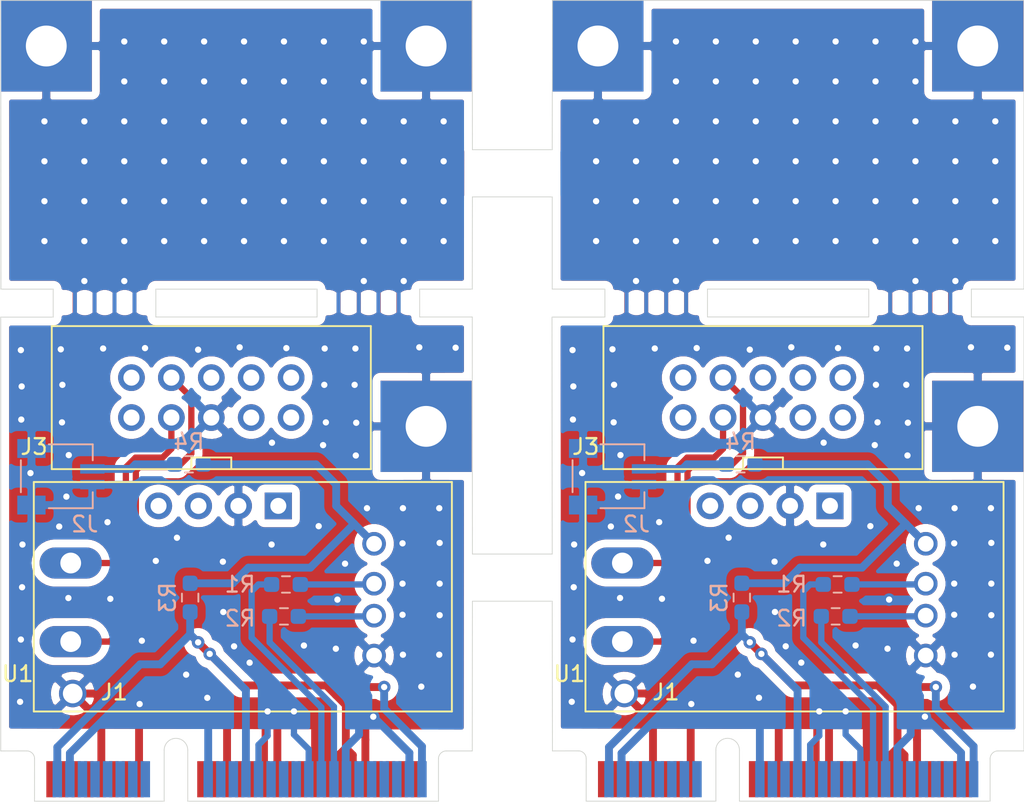
<source format=kicad_pcb>
(kicad_pcb (version 20171130) (host pcbnew "(5.1.9)-1")
  (layers (0 F.Cu signal) (31 B.Cu signal) (34 B.Paste user) (35 F.Paste user) (36 B.SilkS user) (37 F.SilkS user) (38 B.Mask user) (39 F.Mask user) (44 Edge.Cuts user))
  (net 0 "")
  (net 1 GND)
  (net 2 +3V3)
  (net 3 USB_DP)
  (net 4 USB_DM)
  (net 5 "Net-(R1-Pad1)")
  (net 6 "Net-(R2-Pad1)")
  (net 7 "Net-(J2-Pad2)")
  (net 8 "Net-(J3-Pad4)")
  (net 9 "Net-(J3-Pad3)")
  (net 10 "Net-(R3-Pad1)")
  (module miniPCIE:break-tabs (layer F.Cu) (at 227.1738 52.1692)
    (fp_text reference REF** hide)
    (fp_text value break-tabs)
    (pad "" np_thru_hole circle (at 0 0) (size 0.6 0.6) (drill 0.6) (layers *.Cu *.Mask))
    (pad "" np_thru_hole circle (at 1.27 0) (size 0.6 0.6) (drill 0.6) (layers *.Cu *.Mask))
    (pad "" np_thru_hole circle (at 3.81 0) (size 0.6 0.6) (drill 0.6) (layers *.Cu *.Mask))
    (pad "" np_thru_hole circle (at 5.08 0) (size 0.6 0.6) (drill 0.6) (layers *.Cu *.Mask))
    (pad "" np_thru_hole circle (at 2.54 0) (size 0.6 0.6) (drill 0.6) (layers *.Cu *.Mask))
  )
  (module Resistor_SMD:R_0603_1608Metric_Pad0.98x0.95mm_HandSolder (layer B.Cu) (at 218.36 70.9398 270)
    (fp_text reference R3 (at 0 1.43 90) (layer B.SilkS) (effects (justify mirror)))
    (fp_text value 0R)
    (pad 1 smd roundrect (at -0.9125 0 270) (size 0.975 0.95) (layers B.Cu B.Paste B.Mask) (net 10 "Net-(R3-Pad1)"))
    (pad 2 smd roundrect (at 0.9125 0 270) (size 0.975 0.95) (layers B.Cu B.Paste B.Mask) (net 2 +3V3))
  )
  (module miniPCIE:JST_SH_2pin_1.00mm (layer B.Cu) (at 212.137 63.7516 90)
    (fp_text reference J2 (at -2.5146 -0.4826) (layer B.SilkS) (effects (justify mirror)))
    (fp_text value DC_connector)
    (pad 1 smd rect (at 0 0 90) (size 0.6 1.55) (layers B.Cu B.Paste B.Mask) (net 1 GND))
    (pad 2 smd rect (at 1 0 90) (size 0.6 1.55) (layers B.Cu B.Paste B.Mask) (net 7 "Net-(J2-Pad2)"))
    (pad 1 smd rect (at 2.3 -3.875 90) (size 1.2 1.8) (layers B.Cu B.Paste B.Mask) (net 1 GND))
    (pad 1 smd rect (at -1.3 -3.875 90) (size 1.2 1.8) (layers B.Cu B.Paste B.Mask) (net 1 GND))
  )
  (module miniPCIE:IDC_10 (layer F.Cu) (at 214.6262 59.4844)
    (fp_text reference J3 (at -6.1976 1.8542) (layer F.SilkS))
    (fp_text value IDC_10)
    (pad 1 thru_hole circle (at 0 0) (size 1.7 1.7) (drill 1.02) (layers *.Cu *.Mask))
    (pad 3 thru_hole circle (at 2.54 0) (size 1.7 1.7) (drill 1.02) (layers *.Cu *.Mask) (net 9 "Net-(J3-Pad3)"))
    (pad 5 thru_hole circle (at 5.08 0) (size 1.7 1.7) (drill 1.02) (layers *.Cu *.Mask) (net 1 GND))
    (pad 7 thru_hole circle (at 7.62 0) (size 1.7 1.7) (drill 1.02) (layers *.Cu *.Mask))
    (pad 9 thru_hole circle (at 10.16 0) (size 1.7 1.7) (drill 1.02) (layers *.Cu *.Mask))
    (pad 4 thru_hole circle (at 2.54 -2.54) (size 1.7 1.7) (drill 1.02) (layers *.Cu *.Mask) (net 8 "Net-(J3-Pad4)"))
    (pad 10 thru_hole circle (at 10.16 -2.54) (size 1.7 1.7) (drill 1.02) (layers *.Cu *.Mask))
    (pad 6 thru_hole circle (at 5.08 -2.54) (size 1.7 1.7) (drill 1.02) (layers *.Cu *.Mask))
    (pad 8 thru_hole circle (at 7.62 -2.54) (size 1.7 1.7) (drill 1.02) (layers *.Cu *.Mask))
    (pad 2 thru_hole circle (at 0 -2.54) (size 1.7 1.7) (drill 1.02) (layers *.Cu *.Mask))
  )
  (module miniPCIE:MH (layer F.Cu) (at 209.0128 36.5482)
    (fp_text reference REF** hide)
    (fp_text value MH)
    (pad "" thru_hole rect (at 0.19344 -0.7046) (size 5.8 5.8) (drill 2.6) (layers *.Cu *.Mask) (net 1 GND))
  )
  (module Resistor_SMD:R_0603_1608Metric_Pad0.98x0.95mm_HandSolder (layer B.Cu) (at 224.329 72.1336 180)
    (fp_text reference R2 (at 2.794 -0.127) (layer B.SilkS) (effects (justify mirror)))
    (fp_text value 22R)
    (pad 1 smd roundrect (at -0.9125 0 180) (size 0.975 0.95) (layers B.Cu B.Paste B.Mask) (net 6 "Net-(R2-Pad1)"))
    (pad 2 smd roundrect (at 0.9125 0 180) (size 0.975 0.95) (layers B.Cu B.Paste B.Mask) (net 3 USB_DP))
  )
  (module Resistor_SMD:R_0603_1608Metric_Pad0.98x0.95mm_HandSolder (layer B.Cu) (at 218.2838 62.4562 180)
    (fp_text reference R4 (at 0 1.43) (layer B.SilkS) (effects (justify mirror)))
    (fp_text value 0R)
    (pad 1 smd roundrect (at -0.9125 0 180) (size 0.975 0.95) (layers B.Cu B.Paste B.Mask) (net 10 "Net-(R3-Pad1)"))
    (pad 2 smd roundrect (at 0.9125 0 180) (size 0.975 0.95) (layers B.Cu B.Paste B.Mask) (net 7 "Net-(J2-Pad2)"))
  )
  (module miniPCIE:CAN_DONGLE (layer F.Cu) (at 208.41336 78.18388)
    (fp_text reference U1 (at -1.02616 -2.39268) (layer F.SilkS))
    (fp_text value CAN_DONGLE)
    (pad 5 thru_hole circle (at 2.475 -1.143) (size 1.75 1.75) (drill 1.25) (layers *.Cu *.Mask) (net 1 GND))
    (pad 1 thru_hole oval (at 2.348 -9.445 90) (size 1.9812 3.9624) (drill 1.3208) (layers *.Cu *.Mask) (net 9 "Net-(J3-Pad3)"))
    (pad 2 thru_hole oval (at 2.348 -4.445 90) (size 1.9812 3.9624) (drill 1.3208) (layers *.Cu *.Mask) (net 8 "Net-(J3-Pad4)"))
    (pad 4 thru_hole oval (at 7.936 -13.081 90) (size 1.7 1.7272) (drill 1.016) (layers *.Cu *.Mask))
    (pad 3 thru_hole oval (at 10.476 -13.081 90) (size 1.7 1.7272) (drill 1.016) (layers *.Cu *.Mask))
    (pad 5 thru_hole oval (at 13.016 -13.081 90) (size 1.7 1.7272) (drill 1.016) (layers *.Cu *.Mask) (net 1 GND))
    (pad 8 thru_hole rect (at 15.556 -13.081 90) (size 1.7 1.7272) (drill 1.016) (layers *.Cu *.Mask) (net 10 "Net-(R3-Pad1)"))
    (pad 6 thru_hole circle (at 21.64988 -6.09686 90) (size 1.50114 1.50114) (drill 1.00076) (layers *.Cu *.Mask) (net 6 "Net-(R2-Pad1)"))
    (pad 5 thru_hole circle (at 21.64988 -3.55686 90) (size 1.50114 1.50114) (drill 1.00076) (layers *.Cu *.Mask) (net 1 GND))
    (pad 7 thru_hole circle (at 21.64988 -8.12886 90) (size 1.50114 1.50114) (drill 1.00076) (layers *.Cu *.Mask) (net 5 "Net-(R1-Pad1)"))
    (pad 8 thru_hole circle (at 21.64988 -10.66886 90) (size 1.50114 1.50114) (drill 1.00076) (layers *.Cu *.Mask) (net 10 "Net-(R3-Pad1)"))
  )
  (module Resistor_SMD:R_0603_1608Metric_Pad0.98x0.95mm_HandSolder (layer B.Cu) (at 224.456 70.1016 180)
    (fp_text reference R1 (at 2.921 0) (layer B.SilkS) (effects (justify mirror)))
    (fp_text value 22R)
    (pad 1 smd roundrect (at -0.9125 0 180) (size 0.975 0.95) (layers B.Cu B.Paste B.Mask) (net 5 "Net-(R1-Pad1)"))
    (pad 2 smd roundrect (at 0.9125 0 180) (size 0.975 0.95) (layers B.Cu B.Paste B.Mask) (net 4 USB_DM))
  )
  (module miniPCIE:break-tabs (layer F.Cu) (at 210.3844 52.1692)
    (fp_text reference REF** hide)
    (fp_text value break-tabs)
    (pad "" np_thru_hole circle (at 2.54 0) (size 0.6 0.6) (drill 0.6) (layers *.Cu *.Mask))
    (pad "" np_thru_hole circle (at 5.08 0) (size 0.6 0.6) (drill 0.6) (layers *.Cu *.Mask))
    (pad "" np_thru_hole circle (at 3.81 0) (size 0.6 0.6) (drill 0.6) (layers *.Cu *.Mask))
    (pad "" np_thru_hole circle (at 1.27 0) (size 0.6 0.6) (drill 0.6) (layers *.Cu *.Mask))
    (pad "" np_thru_hole circle (at 0 0) (size 0.6 0.6) (drill 0.6) (layers *.Cu *.Mask))
  )
  (module miniPCIE:MH (layer F.Cu) (at 233.1682 36.5736)
    (fp_text reference REF** hide)
    (fp_text value MH)
    (pad "" thru_hole rect (at 0.2032 -0.73) (size 5.8 5.8) (drill 2.6) (layers *.Cu *.Mask) (net 1 GND))
  )
  (module miniPCIE:mPCIE (layer F.Cu) (at 216.709 83.8938)
    (fp_text reference J1 (at -3.175 -6.9342) (layer F.SilkS))
    (fp_text value miniPCIE)
    (pad 13 smd rect (at -2.4 -1.4 90) (size 2.3 0.6) (layers F.Cu F.Paste F.Mask) (clearance 0.1))
    (pad 15 smd rect (at -1.6 -1.4 90) (size 2.3 0.6) (layers F.Cu F.Paste F.Mask) (net 1 GND) (clearance 0.1))
    (pad 11 smd rect (at -3.2 -1.4 90) (size 2.3 0.6) (layers F.Cu F.Paste F.Mask) (clearance 0.1))
    (pad 9 smd rect (at -4 -1.4 90) (size 2.3 0.6) (layers F.Cu F.Paste F.Mask) (net 1 GND) (clearance 0.1))
    (pad 7 smd rect (at -4.8 -1.397 90) (size 2.3 0.6) (layers F.Cu F.Paste F.Mask) (clearance 0.1))
    (pad 5 smd rect (at -5.6 -1.4 90) (size 2.3 0.6) (layers F.Cu F.Paste F.Mask) (clearance 0.1))
    (pad 3 smd rect (at -6.4 -1.4 90) (size 2.3 0.6) (layers F.Cu F.Paste F.Mask) (clearance 0.1))
    (pad 1 smd rect (at -7.2 -1.4 90) (size 2.3 0.6) (layers F.Cu F.Paste F.Mask) (clearance 0.1))
    (pad 17 smd rect (at 2.4 -1.4 90) (size 2.3 0.6) (layers F.Cu F.Paste F.Mask) (clearance 0.1))
    (pad 19 smd rect (at 3.2 -1.4 90) (size 2.3 0.6) (layers F.Cu F.Paste F.Mask) (clearance 0.1))
    (pad 21 smd rect (at 4 -1.4 90) (size 2.3 0.6) (layers F.Cu F.Paste F.Mask) (net 1 GND) (clearance 0.1))
    (pad 23 smd rect (at 4.8 -1.4 90) (size 2.3 0.6) (layers F.Cu F.Paste F.Mask) (clearance 0.1))
    (pad 25 smd rect (at 5.6 -1.4 90) (size 2.3 0.6) (layers F.Cu F.Paste F.Mask) (clearance 0.1))
    (pad 27 smd rect (at 6.4 -1.4 90) (size 2.3 0.6) (layers F.Cu F.Paste F.Mask) (net 1 GND) (clearance 0.1))
    (pad 29 smd rect (at 7.2 -1.4 90) (size 2.3 0.6) (layers F.Cu F.Paste F.Mask) (net 1 GND) (clearance 0.1))
    (pad 31 smd rect (at 8 -1.4 90) (size 2.3 0.6) (layers F.Cu F.Paste F.Mask) (clearance 0.1))
    (pad 33 smd rect (at 8.8 -1.4 90) (size 2.3 0.6) (layers F.Cu F.Paste F.Mask) (clearance 0.1))
    (pad 35 smd rect (at 9.6 -1.4 90) (size 2.3 0.6) (layers F.Cu F.Paste F.Mask) (net 1 GND) (clearance 0.1))
    (pad 37 smd rect (at 10.4 -1.4 90) (size 2.3 0.6) (layers F.Cu F.Paste F.Mask) (net 1 GND) (clearance 0.1))
    (pad 39 smd rect (at 11.2 -1.4 90) (size 2.3 0.6) (layers F.Cu F.Paste F.Mask) (net 2 +3V3) (clearance 0.1))
    (pad 41 smd rect (at 12 -1.4 90) (size 2.3 0.6) (layers F.Cu F.Paste F.Mask) (net 2 +3V3) (clearance 0.1))
    (pad 43 smd rect (at 12.8 -1.4 90) (size 2.3 0.6) (layers F.Cu F.Paste F.Mask) (net 1 GND) (clearance 0.1))
    (pad 45 smd rect (at 13.6 -1.4 90) (size 2.3 0.6) (layers F.Cu F.Paste F.Mask) (clearance 0.1))
    (pad 47 smd rect (at 14.4 -1.4 90) (size 2.3 0.6) (layers F.Cu F.Paste F.Mask) (clearance 0.1))
    (pad 49 smd rect (at 15.2 -1.4 90) (size 2.3 0.6) (layers F.Cu F.Paste F.Mask) (clearance 0.1))
    (pad 51 smd rect (at 16.002 -1.4 90) (size 2.3 0.6) (layers F.Cu F.Paste F.Mask) (clearance 0.1))
    (pad 16 smd rect (at -1.2 -1.4 270) (size 2.3 0.6) (layers B.Cu B.Paste B.Mask) (clearance 0.1))
    (pad 18 smd rect (at 2.8 -1.4 270) (size 2.3 0.6) (layers B.Cu B.Paste B.Mask) (net 1 GND) (clearance 0.1))
    (pad 14 smd rect (at -2 -1.4 270) (size 2.3 0.6) (layers B.Cu B.Paste B.Mask) (clearance 0.1))
    (pad 12 smd rect (at -2.8 -1.4 270) (size 2.3 0.6) (layers B.Cu B.Paste B.Mask) (clearance 0.1))
    (pad 10 smd rect (at -3.6 -1.4 270) (size 2.3 0.6) (layers B.Cu B.Paste B.Mask) (clearance 0.1))
    (pad 8 smd rect (at -4.4 -1.4 270) (size 2.3 0.6) (layers B.Cu B.Paste B.Mask) (clearance 0.1))
    (pad 6 smd rect (at -5.2 -1.4 270) (size 2.3 0.6) (layers B.Cu B.Paste B.Mask) (clearance 0.1))
    (pad 4 smd rect (at -6 -1.4 270) (size 2.3 0.6) (layers B.Cu B.Paste B.Mask) (net 1 GND) (clearance 0.1))
    (pad 2 smd rect (at -6.8 -1.4 270) (size 2.3 0.6) (layers B.Cu B.Paste B.Mask) (net 2 +3V3) (clearance 0.1))
    (pad 20 smd rect (at 3.6 -1.4 270) (size 2.3 0.6) (layers B.Cu B.Paste B.Mask) (clearance 0.1))
    (pad 22 smd rect (at 4.4 -1.4 270) (size 2.3 0.6) (layers B.Cu B.Paste B.Mask) (clearance 0.1))
    (pad 24 smd rect (at 5.2 -1.4 270) (size 2.3 0.6) (layers B.Cu B.Paste B.Mask) (net 2 +3V3) (clearance 0.1))
    (pad 26 smd rect (at 6 -1.4 270) (size 2.3 0.6) (layers B.Cu B.Paste B.Mask) (net 1 GND) (clearance 0.1))
    (pad 28 smd rect (at 6.8 -1.4 270) (size 2.3 0.6) (layers B.Cu B.Paste B.Mask) (clearance 0.1))
    (pad 30 smd rect (at 7.6 -1.4 270) (size 2.3 0.6) (layers B.Cu B.Paste B.Mask) (clearance 0.1))
    (pad 32 smd rect (at 8.4 -1.4 270) (size 2.3 0.6) (layers B.Cu B.Paste B.Mask) (clearance 0.1))
    (pad 34 smd rect (at 9.2 -1.4 270) (size 2.3 0.6) (layers B.Cu B.Paste B.Mask) (net 1 GND) (clearance 0.1))
    (pad 36 smd rect (at 10 -1.4 270) (size 2.3 0.6) (layers B.Cu B.Paste B.Mask) (net 4 USB_DM) (clearance 0.1))
    (pad 38 smd rect (at 10.8 -1.4 270) (size 2.3 0.6) (layers B.Cu B.Paste B.Mask) (net 3 USB_DP) (clearance 0.1))
    (pad 40 smd rect (at 11.6 -1.4 270) (size 2.3 0.6) (layers B.Cu B.Paste B.Mask) (net 1 GND) (clearance 0.1))
    (pad 42 smd rect (at 12.4 -1.4 270) (size 2.3 0.6) (layers B.Cu B.Paste B.Mask) (clearance 0.1))
    (pad 44 smd rect (at 13.2 -1.4 270) (size 2.3 0.6) (layers B.Cu B.Paste B.Mask) (clearance 0.1))
    (pad 46 smd rect (at 14 -1.4 270) (size 2.3 0.6) (layers B.Cu B.Paste B.Mask) (clearance 0.1))
    (pad 48 smd rect (at 14.8 -1.4 270) (size 2.3 0.6) (layers B.Cu B.Paste B.Mask) (clearance 0.1))
    (pad 50 smd rect (at 15.6 -1.4 270) (size 2.3 0.6) (layers B.Cu B.Paste B.Mask) (net 1 GND) (clearance 0.1))
    (pad 52 smd rect (at 16.4 -1.4 270) (size 2.3 0.6) (layers B.Cu B.Paste B.Mask) (net 2 +3V3) (clearance 0.1))
    (pad 53 thru_hole rect (at 16.6624 -23.8506) (size 5.8 5.8) (drill 2.6) (layers *.Cu *.Mask) (net 1 GND))
  )
  (module miniPCIE:break-tabs (layer F.Cu) (at 175.2854 52.1716)
    (fp_text reference REF** hide)
    (fp_text value break-tabs)
    (pad "" np_thru_hole circle (at 0 0) (size 0.6 0.6) (drill 0.6) (layers *.Cu *.Mask))
    (pad "" np_thru_hole circle (at 1.27 0) (size 0.6 0.6) (drill 0.6) (layers *.Cu *.Mask))
    (pad "" np_thru_hole circle (at 3.81 0) (size 0.6 0.6) (drill 0.6) (layers *.Cu *.Mask))
    (pad "" np_thru_hole circle (at 5.08 0) (size 0.6 0.6) (drill 0.6) (layers *.Cu *.Mask))
    (pad "" np_thru_hole circle (at 2.54 0) (size 0.6 0.6) (drill 0.6) (layers *.Cu *.Mask))
  )
  (module miniPCIE:break-tabs (layer F.Cu) (at 192.0748 52.1716)
    (fp_text reference REF** hide)
    (fp_text value break-tabs)
    (pad "" np_thru_hole circle (at 2.54 0) (size 0.6 0.6) (drill 0.6) (layers *.Cu *.Mask))
    (pad "" np_thru_hole circle (at 5.08 0) (size 0.6 0.6) (drill 0.6) (layers *.Cu *.Mask))
    (pad "" np_thru_hole circle (at 3.81 0) (size 0.6 0.6) (drill 0.6) (layers *.Cu *.Mask))
    (pad "" np_thru_hole circle (at 1.27 0) (size 0.6 0.6) (drill 0.6) (layers *.Cu *.Mask))
    (pad "" np_thru_hole circle (at 0 0) (size 0.6 0.6) (drill 0.6) (layers *.Cu *.Mask))
  )
  (module miniPCIE:MH (layer F.Cu) (at 173.9138 36.5506)
    (fp_text reference REF** hide)
    (fp_text value MH)
    (pad "" thru_hole rect (at 0.19344 -0.7046) (size 5.8 5.8) (drill 2.6) (layers *.Cu *.Mask) (net 1 GND))
  )
  (module miniPCIE:MH (layer F.Cu) (at 198.0692 36.576)
    (fp_text reference REF** hide)
    (fp_text value MH)
    (pad "" thru_hole rect (at 0.2032 -0.73) (size 5.8 5.8) (drill 2.6) (layers *.Cu *.Mask) (net 1 GND))
  )
  (module miniPCIE:IDC_10 (layer F.Cu) (at 179.5272 59.4868)
    (fp_text reference J3 (at -6.1976 1.8542) (layer F.SilkS))
    (fp_text value IDC_10)
    (pad 2 thru_hole circle (at 0 -2.54) (size 1.7 1.7) (drill 1.02) (layers *.Cu *.Mask))
    (pad 8 thru_hole circle (at 7.62 -2.54) (size 1.7 1.7) (drill 1.02) (layers *.Cu *.Mask))
    (pad 6 thru_hole circle (at 5.08 -2.54) (size 1.7 1.7) (drill 1.02) (layers *.Cu *.Mask))
    (pad 10 thru_hole circle (at 10.16 -2.54) (size 1.7 1.7) (drill 1.02) (layers *.Cu *.Mask))
    (pad 4 thru_hole circle (at 2.54 -2.54) (size 1.7 1.7) (drill 1.02) (layers *.Cu *.Mask) (net 8 "Net-(J3-Pad4)"))
    (pad 9 thru_hole circle (at 10.16 0) (size 1.7 1.7) (drill 1.02) (layers *.Cu *.Mask))
    (pad 7 thru_hole circle (at 7.62 0) (size 1.7 1.7) (drill 1.02) (layers *.Cu *.Mask))
    (pad 5 thru_hole circle (at 5.08 0) (size 1.7 1.7) (drill 1.02) (layers *.Cu *.Mask) (net 1 GND))
    (pad 3 thru_hole circle (at 2.54 0) (size 1.7 1.7) (drill 1.02) (layers *.Cu *.Mask) (net 9 "Net-(J3-Pad3)"))
    (pad 1 thru_hole circle (at 0 0) (size 1.7 1.7) (drill 1.02) (layers *.Cu *.Mask))
  )
  (module Resistor_SMD:R_0603_1608Metric_Pad0.98x0.95mm_HandSolder (layer B.Cu) (at 183.1848 62.4586 180)
    (fp_text reference R4 (at 0 1.43) (layer B.SilkS) (effects (justify mirror)))
    (fp_text value 0R)
    (pad 2 smd roundrect (at 0.9125 0 180) (size 0.975 0.95) (layers B.Cu B.Paste B.Mask) (net 7 "Net-(J2-Pad2)"))
    (pad 1 smd roundrect (at -0.9125 0 180) (size 0.975 0.95) (layers B.Cu B.Paste B.Mask) (net 10 "Net-(R3-Pad1)"))
  )
  (module Resistor_SMD:R_0603_1608Metric_Pad0.98x0.95mm_HandSolder (layer B.Cu) (at 183.261 70.9422 270)
    (fp_text reference R3 (at 0 1.43 90) (layer B.SilkS) (effects (justify mirror)))
    (fp_text value 0R)
    (pad 2 smd roundrect (at 0.9125 0 270) (size 0.975 0.95) (layers B.Cu B.Paste B.Mask) (net 2 +3V3))
    (pad 1 smd roundrect (at -0.9125 0 270) (size 0.975 0.95) (layers B.Cu B.Paste B.Mask) (net 10 "Net-(R3-Pad1)"))
  )
  (module miniPCIE:JST_SH_2pin_1.00mm (layer B.Cu) (at 177.038 63.754 90)
    (fp_text reference J2 (at -2.5146 -0.4826) (layer B.SilkS) (effects (justify mirror)))
    (fp_text value DC_connector)
    (pad 1 smd rect (at -1.3 -3.875 90) (size 1.2 1.8) (layers B.Cu B.Paste B.Mask) (net 1 GND))
    (pad 1 smd rect (at 2.3 -3.875 90) (size 1.2 1.8) (layers B.Cu B.Paste B.Mask) (net 1 GND))
    (pad 2 smd rect (at 1 0 90) (size 0.6 1.55) (layers B.Cu B.Paste B.Mask) (net 7 "Net-(J2-Pad2)"))
    (pad 1 smd rect (at 0 0 90) (size 0.6 1.55) (layers B.Cu B.Paste B.Mask) (net 1 GND))
  )
  (module miniPCIE:CAN_DONGLE (layer F.Cu) (at 173.31436 78.18628)
    (fp_text reference U1 (at -1.02616 -2.39268) (layer F.SilkS))
    (fp_text value CAN_DONGLE)
    (pad 8 thru_hole circle (at 21.64988 -10.66886 90) (size 1.50114 1.50114) (drill 1.00076) (layers *.Cu *.Mask) (net 10 "Net-(R3-Pad1)"))
    (pad 7 thru_hole circle (at 21.64988 -8.12886 90) (size 1.50114 1.50114) (drill 1.00076) (layers *.Cu *.Mask) (net 5 "Net-(R1-Pad1)"))
    (pad 5 thru_hole circle (at 21.64988 -3.55686 90) (size 1.50114 1.50114) (drill 1.00076) (layers *.Cu *.Mask) (net 1 GND))
    (pad 6 thru_hole circle (at 21.64988 -6.09686 90) (size 1.50114 1.50114) (drill 1.00076) (layers *.Cu *.Mask) (net 6 "Net-(R2-Pad1)"))
    (pad 8 thru_hole rect (at 15.556 -13.081 90) (size 1.7 1.7272) (drill 1.016) (layers *.Cu *.Mask) (net 10 "Net-(R3-Pad1)"))
    (pad 5 thru_hole oval (at 13.016 -13.081 90) (size 1.7 1.7272) (drill 1.016) (layers *.Cu *.Mask) (net 1 GND))
    (pad 3 thru_hole oval (at 10.476 -13.081 90) (size 1.7 1.7272) (drill 1.016) (layers *.Cu *.Mask))
    (pad 4 thru_hole oval (at 7.936 -13.081 90) (size 1.7 1.7272) (drill 1.016) (layers *.Cu *.Mask))
    (pad 2 thru_hole oval (at 2.348 -4.445 90) (size 1.9812 3.9624) (drill 1.3208) (layers *.Cu *.Mask) (net 8 "Net-(J3-Pad4)"))
    (pad 1 thru_hole oval (at 2.348 -9.445 90) (size 1.9812 3.9624) (drill 1.3208) (layers *.Cu *.Mask) (net 9 "Net-(J3-Pad3)"))
    (pad 5 thru_hole circle (at 2.475 -1.143) (size 1.75 1.75) (drill 1.25) (layers *.Cu *.Mask) (net 1 GND))
  )
  (module Resistor_SMD:R_0603_1608Metric_Pad0.98x0.95mm_HandSolder (layer B.Cu) (at 189.23 72.136 180)
    (fp_text reference R2 (at 2.794 -0.127) (layer B.SilkS) (effects (justify mirror)))
    (fp_text value 22R)
    (pad 2 smd roundrect (at 0.9125 0 180) (size 0.975 0.95) (layers B.Cu B.Paste B.Mask) (net 3 USB_DP))
    (pad 1 smd roundrect (at -0.9125 0 180) (size 0.975 0.95) (layers B.Cu B.Paste B.Mask) (net 6 "Net-(R2-Pad1)"))
  )
  (module Resistor_SMD:R_0603_1608Metric_Pad0.98x0.95mm_HandSolder (layer B.Cu) (at 189.357 70.104 180)
    (fp_text reference R1 (at 2.921 0) (layer B.SilkS) (effects (justify mirror)))
    (fp_text value 22R)
    (pad 2 smd roundrect (at 0.9125 0 180) (size 0.975 0.95) (layers B.Cu B.Paste B.Mask) (net 4 USB_DM))
    (pad 1 smd roundrect (at -0.9125 0 180) (size 0.975 0.95) (layers B.Cu B.Paste B.Mask) (net 5 "Net-(R1-Pad1)"))
  )
  (module miniPCIE:mPCIE (layer F.Cu) (at 181.61 83.8962)
    (fp_text reference J1 (at -3.175 -6.9342) (layer F.SilkS))
    (fp_text value miniPCIE)
    (pad 53 thru_hole rect (at 16.6624 -23.8506) (size 5.8 5.8) (drill 2.6) (layers *.Cu *.Mask) (net 1 GND))
    (pad 52 smd rect (at 16.4 -1.4 270) (size 2.3 0.6) (layers B.Cu B.Paste B.Mask) (net 2 +3V3) (clearance 0.1))
    (pad 50 smd rect (at 15.6 -1.4 270) (size 2.3 0.6) (layers B.Cu B.Paste B.Mask) (net 1 GND) (clearance 0.1))
    (pad 48 smd rect (at 14.8 -1.4 270) (size 2.3 0.6) (layers B.Cu B.Paste B.Mask) (clearance 0.1))
    (pad 46 smd rect (at 14 -1.4 270) (size 2.3 0.6) (layers B.Cu B.Paste B.Mask) (clearance 0.1))
    (pad 44 smd rect (at 13.2 -1.4 270) (size 2.3 0.6) (layers B.Cu B.Paste B.Mask) (clearance 0.1))
    (pad 42 smd rect (at 12.4 -1.4 270) (size 2.3 0.6) (layers B.Cu B.Paste B.Mask) (clearance 0.1))
    (pad 40 smd rect (at 11.6 -1.4 270) (size 2.3 0.6) (layers B.Cu B.Paste B.Mask) (net 1 GND) (clearance 0.1))
    (pad 38 smd rect (at 10.8 -1.4 270) (size 2.3 0.6) (layers B.Cu B.Paste B.Mask) (net 3 USB_DP) (clearance 0.1))
    (pad 36 smd rect (at 10 -1.4 270) (size 2.3 0.6) (layers B.Cu B.Paste B.Mask) (net 4 USB_DM) (clearance 0.1))
    (pad 34 smd rect (at 9.2 -1.4 270) (size 2.3 0.6) (layers B.Cu B.Paste B.Mask) (net 1 GND) (clearance 0.1))
    (pad 32 smd rect (at 8.4 -1.4 270) (size 2.3 0.6) (layers B.Cu B.Paste B.Mask) (clearance 0.1))
    (pad 30 smd rect (at 7.6 -1.4 270) (size 2.3 0.6) (layers B.Cu B.Paste B.Mask) (clearance 0.1))
    (pad 28 smd rect (at 6.8 -1.4 270) (size 2.3 0.6) (layers B.Cu B.Paste B.Mask) (clearance 0.1))
    (pad 26 smd rect (at 6 -1.4 270) (size 2.3 0.6) (layers B.Cu B.Paste B.Mask) (net 1 GND) (clearance 0.1))
    (pad 24 smd rect (at 5.2 -1.4 270) (size 2.3 0.6) (layers B.Cu B.Paste B.Mask) (net 2 +3V3) (clearance 0.1))
    (pad 22 smd rect (at 4.4 -1.4 270) (size 2.3 0.6) (layers B.Cu B.Paste B.Mask) (clearance 0.1))
    (pad 20 smd rect (at 3.6 -1.4 270) (size 2.3 0.6) (layers B.Cu B.Paste B.Mask) (clearance 0.1))
    (pad 2 smd rect (at -6.8 -1.4 270) (size 2.3 0.6) (layers B.Cu B.Paste B.Mask) (net 2 +3V3) (clearance 0.1))
    (pad 4 smd rect (at -6 -1.4 270) (size 2.3 0.6) (layers B.Cu B.Paste B.Mask) (net 1 GND) (clearance 0.1))
    (pad 6 smd rect (at -5.2 -1.4 270) (size 2.3 0.6) (layers B.Cu B.Paste B.Mask) (clearance 0.1))
    (pad 8 smd rect (at -4.4 -1.4 270) (size 2.3 0.6) (layers B.Cu B.Paste B.Mask) (clearance 0.1))
    (pad 10 smd rect (at -3.6 -1.4 270) (size 2.3 0.6) (layers B.Cu B.Paste B.Mask) (clearance 0.1))
    (pad 12 smd rect (at -2.8 -1.4 270) (size 2.3 0.6) (layers B.Cu B.Paste B.Mask) (clearance 0.1))
    (pad 14 smd rect (at -2 -1.4 270) (size 2.3 0.6) (layers B.Cu B.Paste B.Mask) (clearance 0.1))
    (pad 18 smd rect (at 2.8 -1.4 270) (size 2.3 0.6) (layers B.Cu B.Paste B.Mask) (net 1 GND) (clearance 0.1))
    (pad 16 smd rect (at -1.2 -1.4 270) (size 2.3 0.6) (layers B.Cu B.Paste B.Mask) (clearance 0.1))
    (pad 51 smd rect (at 16.002 -1.4 90) (size 2.3 0.6) (layers F.Cu F.Paste F.Mask) (clearance 0.1))
    (pad 49 smd rect (at 15.2 -1.4 90) (size 2.3 0.6) (layers F.Cu F.Paste F.Mask) (clearance 0.1))
    (pad 47 smd rect (at 14.4 -1.4 90) (size 2.3 0.6) (layers F.Cu F.Paste F.Mask) (clearance 0.1))
    (pad 45 smd rect (at 13.6 -1.4 90) (size 2.3 0.6) (layers F.Cu F.Paste F.Mask) (clearance 0.1))
    (pad 43 smd rect (at 12.8 -1.4 90) (size 2.3 0.6) (layers F.Cu F.Paste F.Mask) (net 1 GND) (clearance 0.1))
    (pad 41 smd rect (at 12 -1.4 90) (size 2.3 0.6) (layers F.Cu F.Paste F.Mask) (net 2 +3V3) (clearance 0.1))
    (pad 39 smd rect (at 11.2 -1.4 90) (size 2.3 0.6) (layers F.Cu F.Paste F.Mask) (net 2 +3V3) (clearance 0.1))
    (pad 37 smd rect (at 10.4 -1.4 90) (size 2.3 0.6) (layers F.Cu F.Paste F.Mask) (net 1 GND) (clearance 0.1))
    (pad 35 smd rect (at 9.6 -1.4 90) (size 2.3 0.6) (layers F.Cu F.Paste F.Mask) (net 1 GND) (clearance 0.1))
    (pad 33 smd rect (at 8.8 -1.4 90) (size 2.3 0.6) (layers F.Cu F.Paste F.Mask) (clearance 0.1))
    (pad 31 smd rect (at 8 -1.4 90) (size 2.3 0.6) (layers F.Cu F.Paste F.Mask) (clearance 0.1))
    (pad 29 smd rect (at 7.2 -1.4 90) (size 2.3 0.6) (layers F.Cu F.Paste F.Mask) (net 1 GND) (clearance 0.1))
    (pad 27 smd rect (at 6.4 -1.4 90) (size 2.3 0.6) (layers F.Cu F.Paste F.Mask) (net 1 GND) (clearance 0.1))
    (pad 25 smd rect (at 5.6 -1.4 90) (size 2.3 0.6) (layers F.Cu F.Paste F.Mask) (clearance 0.1))
    (pad 23 smd rect (at 4.8 -1.4 90) (size 2.3 0.6) (layers F.Cu F.Paste F.Mask) (clearance 0.1))
    (pad 21 smd rect (at 4 -1.4 90) (size 2.3 0.6) (layers F.Cu F.Paste F.Mask) (net 1 GND) (clearance 0.1))
    (pad 19 smd rect (at 3.2 -1.4 90) (size 2.3 0.6) (layers F.Cu F.Paste F.Mask) (clearance 0.1))
    (pad 17 smd rect (at 2.4 -1.4 90) (size 2.3 0.6) (layers F.Cu F.Paste F.Mask) (clearance 0.1))
    (pad 1 smd rect (at -7.2 -1.4 90) (size 2.3 0.6) (layers F.Cu F.Paste F.Mask) (clearance 0.1))
    (pad 3 smd rect (at -6.4 -1.4 90) (size 2.3 0.6) (layers F.Cu F.Paste F.Mask) (clearance 0.1))
    (pad 5 smd rect (at -5.6 -1.4 90) (size 2.3 0.6) (layers F.Cu F.Paste F.Mask) (clearance 0.1))
    (pad 7 smd rect (at -4.8 -1.397 90) (size 2.3 0.6) (layers F.Cu F.Paste F.Mask) (clearance 0.1))
    (pad 9 smd rect (at -4 -1.4 90) (size 2.3 0.6) (layers F.Cu F.Paste F.Mask) (net 1 GND) (clearance 0.1))
    (pad 11 smd rect (at -3.2 -1.4 90) (size 2.3 0.6) (layers F.Cu F.Paste F.Mask) (clearance 0.1))
    (pad 15 smd rect (at -1.6 -1.4 90) (size 2.3 0.6) (layers F.Cu F.Paste F.Mask) (net 1 GND) (clearance 0.1))
    (pad 13 smd rect (at -2.4 -1.4 90) (size 2.3 0.6) (layers F.Cu F.Paste F.Mask) (clearance 0.1))
  )
  (gr_line (start 201.21118 53.086) (end 201.2188 68.1708) (layer Edge.Cuts) (width 0.05))
  (gr_line (start 201.2188 71.1708) (end 201.21118 80.6958) (layer Edge.Cuts) (width 0.05))
  (gr_line (start 206.2988 71.1708) (end 206.31024 80.6934) (layer Edge.Cuts) (width 0.05))
  (gr_line (start 206.28484 53.09146) (end 206.2988 68.1708) (layer Edge.Cuts) (width 0.05))
  (gr_line (start 201.2188 45.4434) (end 201.21118 51.316) (layer Edge.Cuts) (width 0.05))
  (gr_line (start 201.2188 42.4434) (end 201.21118 32.946) (layer Edge.Cuts) (width 0.05))
  (gr_line (start 206.2988 45.4434) (end 206.2988 51.3136) (layer Edge.Cuts) (width 0.05))
  (gr_line (start 206.2988 42.4434) (end 206.31024 32.9436) (layer Edge.Cuts) (width 0.05))
  (gr_line (start 206.2988 71.1708) (end 201.2188 71.1708) (layer Edge.Cuts) (width 0.05))
  (gr_line (start 206.2988 68.1708) (end 201.2188 68.1708) (layer Edge.Cuts) (width 0.05))
  (gr_line (start 206.2988 45.4434) (end 201.2188 45.4434) (layer Edge.Cuts) (width 0.05))
  (gr_line (start 206.2988 42.4434) (end 201.2188 42.4434) (layer Edge.Cuts) (width 0.05))
  (gr_line (start 236.31018 32.9436) (end 206.31024 32.9436) (layer Edge.Cuts) (width 0.05))
  (gr_line (start 206.2988 51.3136) (end 209.6478 51.3136) (layer Edge.Cuts) (width 0.05))
  (gr_line (start 236.31018 51.3136) (end 236.31018 32.9436) (layer Edge.Cuts) (width 0.05))
  (gr_line (start 236.31018 53.0836) (end 232.965 53.0836) (layer Edge.Cuts) (width 0.05))
  (gr_line (start 232.965 51.3136) (end 232.965 53.0836) (layer Edge.Cuts) (width 0.05))
  (gr_line (start 236.31018 51.3136) (end 232.965 51.3136) (layer Edge.Cuts) (width 0.05))
  (gr_line (start 226.4372 53.0836) (end 216.1756 53.0836) (layer Edge.Cuts) (width 0.05))
  (gr_line (start 226.4372 51.3136) (end 226.4372 53.0836) (layer Edge.Cuts) (width 0.05))
  (gr_line (start 226.4372 51.3136) (end 216.1756 51.3136) (layer Edge.Cuts) (width 0.05))
  (gr_line (start 216.1756 51.3136) (end 216.1756 53.0836) (layer Edge.Cuts) (width 0.05))
  (gr_line (start 209.6478 51.3136) (end 209.6478 53.09426) (layer Edge.Cuts) (width 0.05))
  (gr_line (start 209.6478 53.09426) (end 206.31024 53.09426) (layer Edge.Cuts) (width 0.05))
  (gr_line (start 206.31024 80.6934) (end 207.96124 80.69124) (layer Edge.Cuts) (width 0.05))
  (gr_line (start 216.709 83.8938) (end 216.709 80.6426) (layer Edge.Cuts) (width 0.05))
  (gr_line (start 218.2076 83.8938) (end 218.2076 80.6426) (layer Edge.Cuts) (width 0.05))
  (gr_line (start 216.709 83.8938) (end 208.45908 83.8938) (layer Edge.Cuts) (width 0.05))
  (gr_line (start 234.6588 80.69378) (end 236.31018 80.6934) (layer Edge.Cuts) (width 0.05))
  (gr_arc (start 234.6588 81.19378) (end 234.6588 80.69378) (angle -90) (layer Edge.Cuts) (width 0.05))
  (gr_line (start 236.31018 80.6934) (end 236.31018 53.0836) (layer Edge.Cuts) (width 0.05))
  (gr_arc (start 207.96124 81.19124) (end 208.46124 81.19124) (angle -90) (layer Edge.Cuts) (width 0.05))
  (gr_arc (start 217.4583 80.6426) (end 218.2076 80.6426) (angle -180) (layer Edge.Cuts) (width 0.05))
  (gr_line (start 234.1588 81.19378) (end 234.1588 83.8938) (layer Edge.Cuts) (width 0.05))
  (gr_line (start 234.1588 83.8938) (end 218.2076 83.8938) (layer Edge.Cuts) (width 0.05))
  (gr_line (start 208.45908 83.8938) (end 208.46124 81.19124) (layer Edge.Cuts) (width 0.05))
  (gr_line (start 201.21118 51.316) (end 197.866 51.316) (layer Edge.Cuts) (width 0.05))
  (gr_line (start 201.21118 53.086) (end 197.866 53.086) (layer Edge.Cuts) (width 0.05))
  (gr_line (start 191.3382 53.086) (end 181.0766 53.086) (layer Edge.Cuts) (width 0.05))
  (gr_line (start 191.3382 51.316) (end 181.0766 51.316) (layer Edge.Cuts) (width 0.05))
  (gr_line (start 171.21124 32.946) (end 171.2214 51.316) (layer Edge.Cuts) (width 0.05))
  (gr_line (start 171.2214 51.316) (end 174.5488 51.316) (layer Edge.Cuts) (width 0.05))
  (gr_line (start 197.866 51.316) (end 197.866 53.086) (layer Edge.Cuts) (width 0.05))
  (gr_line (start 191.3382 51.316) (end 191.3382 53.086) (layer Edge.Cuts) (width 0.05))
  (gr_line (start 181.0766 51.316) (end 181.0766 53.086) (layer Edge.Cuts) (width 0.05))
  (gr_line (start 174.5488 51.316) (end 174.5488 53.09666) (layer Edge.Cuts) (width 0.05))
  (gr_line (start 201.21118 32.946) (end 171.21124 32.946) (layer Edge.Cuts) (width 0.05))
  (gr_arc (start 172.86224 81.19364) (end 173.36224 81.19364) (angle -90) (layer Edge.Cuts) (width 0.05))
  (gr_arc (start 199.5598 81.19618) (end 199.5598 80.69618) (angle -90) (layer Edge.Cuts) (width 0.05))
  (gr_arc (start 182.3593 80.645) (end 183.1086 80.645) (angle -180) (layer Edge.Cuts) (width 0.05))
  (gr_line (start 199.0598 81.19618) (end 199.0598 83.8962) (layer Edge.Cuts) (width 0.05))
  (gr_line (start 199.0598 83.8962) (end 183.1086 83.8962) (layer Edge.Cuts) (width 0.05))
  (gr_line (start 199.5598 80.69618) (end 201.21118 80.6958) (layer Edge.Cuts) (width 0.05))
  (gr_line (start 174.5488 53.09666) (end 171.21124 53.09666) (layer Edge.Cuts) (width 0.05))
  (gr_line (start 171.21124 80.6958) (end 171.21124 53.09666) (layer Edge.Cuts) (width 0.05))
  (gr_line (start 171.21124 80.6958) (end 172.86224 80.69364) (layer Edge.Cuts) (width 0.05))
  (gr_line (start 173.36008 83.8962) (end 173.36224 81.19364) (layer Edge.Cuts) (width 0.05))
  (gr_line (start 181.61 83.8962) (end 181.61 80.645) (layer Edge.Cuts) (width 0.05))
  (gr_line (start 181.61 83.8962) (end 173.36008 83.8962) (layer Edge.Cuts) (width 0.05))
  (gr_line (start 183.1086 83.8962) (end 183.1086 80.645) (layer Edge.Cuts) (width 0.05))
  (segment (start 192.7098 50.7238) (end 192.7098 53.3908) (width 0.25) (layer F.Cu) (net 1))
  (segment (start 194.96424 74.62942) (end 194.2719 75.32176) (width 0.5) (layer B.Cu) (net 1))
  (segment (start 193.164 82.4962) (end 193.160001 82.492201) (width 0.5) (layer B.Cu) (net 1))
  (segment (start 193.160001 82.492201) (end 193.160001 80.499599) (width 0.5) (layer B.Cu) (net 1))
  (segment (start 193.21 82.4962) (end 193.164 82.4962) (width 0.5) (layer B.Cu) (net 1))
  (segment (start 193.160001 80.499599) (end 194.0052 79.6544) (width 0.5) (layer B.Cu) (net 1))
  (segment (start 194.0052 75.58846) (end 194.96424 74.62942) (width 0.5) (layer B.Cu) (net 1))
  (segment (start 185.61 82.4962) (end 185.61 78.1807) (width 0.5) (layer F.Cu) (net 1))
  (segment (start 185.61 78.1807) (end 184.7474 77.3181) (width 0.5) (layer F.Cu) (net 1))
  (segment (start 187.5906 78.1807) (end 185.61 78.1807) (width 0.5) (layer F.Cu) (net 1))
  (segment (start 188.3405 78.1807) (end 188.1891 78.1807) (width 0.5) (layer F.Cu) (net 1))
  (segment (start 191.21 82.4962) (end 191.21 78.7134) (width 0.5) (layer F.Cu) (net 1))
  (segment (start 191.21 78.7134) (end 190.6773 78.1807) (width 0.5) (layer F.Cu) (net 1))
  (segment (start 192.01 82.4962) (end 192.01 78.7133) (width 0.5) (layer F.Cu) (net 1))
  (segment (start 192.01 78.7133) (end 192.0099 78.7134) (width 0.5) (layer F.Cu) (net 1))
  (segment (start 194.41 79.983) (end 194.41 82.4962) (width 0.5) (layer F.Cu) (net 1))
  (segment (start 175.61 82.4962) (end 175.61 80.8462) (width 0.5) (layer B.Cu) (net 1))
  (segment (start 184.41 82.4962) (end 184.41 77.21) (width 0.5) (layer B.Cu) (net 1))
  (segment (start 178.7447 77.7115) (end 177.7581 78.6981) (width 0.5) (layer B.Cu) (net 1))
  (segment (start 180.01 77.7115) (end 178.7447 77.7115) (width 0.5) (layer B.Cu) (net 1))
  (segment (start 175.61 80.8462) (end 177.7581 78.6981) (width 0.5) (layer B.Cu) (net 1))
  (segment (start 177.6865 77.7115) (end 177.61 77.788) (width 0.5) (layer F.Cu) (net 1))
  (segment (start 177.61 77.788) (end 177.61 82.4962) (width 0.5) (layer F.Cu) (net 1))
  (segment (start 182.7779 77.3181) (end 184.3527 77.3181) (width 0.5) (layer F.Cu) (net 1))
  (segment (start 182.3845 77.7115) (end 182.7779 77.3181) (width 0.5) (layer F.Cu) (net 1))
  (segment (start 188.81 78.2954) (end 188.9247 78.1807) (width 0.5) (layer F.Cu) (net 1))
  (segment (start 188.81 82.4962) (end 188.81 78.2954) (width 0.5) (layer F.Cu) (net 1))
  (segment (start 188.9247 78.1807) (end 187.5906 78.1807) (width 0.5) (layer F.Cu) (net 1))
  (segment (start 190.6773 78.1807) (end 189.8655 78.1807) (width 0.5) (layer F.Cu) (net 1))
  (segment (start 194.0052 78.2828) (end 194.0052 75.58846) (width 0.5) (layer B.Cu) (net 1))
  (segment (start 194.0052 79.6544) (end 194.0052 78.2828) (width 0.5) (layer B.Cu) (net 1))
  (segment (start 197.21 80.817964) (end 194.911518 78.519482) (width 0.5) (layer B.Cu) (net 1))
  (segment (start 197.21 82.4962) (end 197.21 80.817964) (width 0.5) (layer B.Cu) (net 1))
  (segment (start 194.674836 78.2828) (end 194.0052 78.2828) (width 0.5) (layer B.Cu) (net 1))
  (segment (start 192.0099 78.7134) (end 191.21 78.7134) (width 0.5) (layer F.Cu) (net 1))
  (segment (start 180.01 82.4962) (end 180.01 77.7115) (width 0.5) (layer F.Cu) (net 1))
  (segment (start 180.01 77.7115) (end 180.0477 77.7115) (width 0.5) (layer F.Cu) (net 1))
  (segment (start 180.01 77.7115) (end 177.6865 77.7115) (width 0.5) (layer F.Cu) (net 1))
  (segment (start 180.0477 77.7115) (end 182.3845 77.7115) (width 0.5) (layer F.Cu) (net 1))
  (via (at 180.0477 77.7115) (size 0.8) (drill 0.4) (layers F.Cu B.Cu) (net 1))
  (segment (start 177.61 77.4578) (end 177.61 77.788) (width 0.5) (layer F.Cu) (net 1))
  (segment (start 177.19548 77.04328) (end 177.61 77.4578) (width 0.5) (layer F.Cu) (net 1))
  (segment (start 175.78936 77.04328) (end 177.19548 77.04328) (width 0.5) (layer F.Cu) (net 1))
  (segment (start 184.3527 77.3181) (end 184.7474 77.3181) (width 0.5) (layer F.Cu) (net 1))
  (via (at 184.3527 77.3181) (size 0.8) (drill 0.4) (layers F.Cu B.Cu) (net 1))
  (segment (start 188.1891 78.1807) (end 187.5906 78.1807) (width 0.5) (layer F.Cu) (net 1))
  (via (at 188.1891 78.1807) (size 0.8) (drill 0.4) (layers F.Cu B.Cu) (net 1))
  (segment (start 189.8655 78.1807) (end 188.9247 78.1807) (width 0.5) (layer F.Cu) (net 1))
  (via (at 189.8655 78.1807) (size 0.8) (drill 0.4) (layers F.Cu B.Cu) (net 1))
  (segment (start 194.911518 78.519482) (end 194.674836 78.2828) (width 0.5) (layer B.Cu) (net 1))
  (via (at 194.911518 78.519482) (size 0.8) (drill 0.4) (layers F.Cu B.Cu) (net 1))
  (segment (start 194.41 79.021) (end 194.911518 78.519482) (width 0.5) (layer F.Cu) (net 1))
  (segment (start 194.41 79.983) (end 194.41 79.021) (width 0.5) (layer F.Cu) (net 1))
  (via (at 172.4914 55.1942) (size 0.8) (drill 0.4) (layers F.Cu B.Cu) (net 1))
  (via (at 172.5422 57.5056) (size 0.8) (drill 0.4) (layers F.Cu B.Cu) (net 1))
  (via (at 172.5168 59.6138) (size 0.8) (drill 0.4) (layers F.Cu B.Cu) (net 1))
  (via (at 175.1076 59.7916) (size 0.8) (drill 0.4) (layers F.Cu B.Cu) (net 1))
  (via (at 175.133 57.404) (size 0.8) (drill 0.4) (layers F.Cu B.Cu) (net 1))
  (via (at 175.0314 55.1434) (size 0.8) (drill 0.4) (layers F.Cu B.Cu) (net 1))
  (via (at 177.7238 55.0926) (size 0.8) (drill 0.4) (layers F.Cu B.Cu) (net 1))
  (via (at 180.3908 55.0672) (size 0.8) (drill 0.4) (layers F.Cu B.Cu) (net 1))
  (via (at 183.769 55.1688) (size 0.8) (drill 0.4) (layers F.Cu B.Cu) (net 1))
  (via (at 186.4106 55.0164) (size 0.8) (drill 0.4) (layers F.Cu B.Cu) (net 1))
  (via (at 189.3824 55.0672) (size 0.8) (drill 0.4) (layers F.Cu B.Cu) (net 1))
  (via (at 191.8208 55.0926) (size 0.8) (drill 0.4) (layers F.Cu B.Cu) (net 1))
  (via (at 191.897 59.7916) (size 0.8) (drill 0.4) (layers F.Cu B.Cu) (net 1))
  (via (at 191.7192 61.2394) (size 0.8) (drill 0.4) (layers F.Cu B.Cu) (net 1))
  (via (at 188.468 61.087) (size 0.8) (drill 0.4) (layers F.Cu B.Cu) (net 1))
  (via (at 193.7766 55.0926) (size 0.8) (drill 0.4) (layers F.Cu B.Cu) (net 1))
  (via (at 197.8406 55.0164) (size 0.8) (drill 0.4) (layers F.Cu B.Cu) (net 1))
  (via (at 200.152 55.0418) (size 0.8) (drill 0.4) (layers F.Cu B.Cu) (net 1))
  (via (at 194.5132 65.2526) (size 0.8) (drill 0.4) (layers F.Cu B.Cu) (net 1))
  (via (at 196.7992 65.2526) (size 0.8) (drill 0.4) (layers F.Cu B.Cu) (net 1))
  (via (at 199.1106 65.2526) (size 0.8) (drill 0.4) (layers F.Cu B.Cu) (net 1))
  (via (at 196.7738 67.4878) (size 0.8) (drill 0.4) (layers F.Cu B.Cu) (net 1))
  (via (at 199.136 67.4624) (size 0.8) (drill 0.4) (layers F.Cu B.Cu) (net 1))
  (via (at 196.7738 70.0532) (size 0.8) (drill 0.4) (layers F.Cu B.Cu) (net 1))
  (via (at 199.136 70.0532) (size 0.8) (drill 0.4) (layers F.Cu B.Cu) (net 1))
  (via (at 196.7738 72.0344) (size 0.8) (drill 0.4) (layers F.Cu B.Cu) (net 1))
  (via (at 199.136 72.0598) (size 0.8) (drill 0.4) (layers F.Cu B.Cu) (net 1))
  (via (at 196.7992 74.5744) (size 0.8) (drill 0.4) (layers F.Cu B.Cu) (net 1))
  (via (at 199.1106 74.5744) (size 0.8) (drill 0.4) (layers F.Cu B.Cu) (net 1))
  (via (at 197.9676 76.6064) (size 0.8) (drill 0.4) (layers F.Cu B.Cu) (net 1))
  (via (at 191.4398 66.3956) (size 0.8) (drill 0.4) (layers F.Cu B.Cu) (net 1))
  (via (at 193.1162 68.7832) (size 0.8) (drill 0.4) (layers F.Cu B.Cu) (net 1))
  (via (at 192.6336 71.0692) (size 0.8) (drill 0.4) (layers F.Cu B.Cu) (net 1))
  (via (at 192.532 74.1934) (size 0.8) (drill 0.4) (layers F.Cu B.Cu) (net 1))
  (via (at 190.5 73.9902) (size 0.8) (drill 0.4) (layers F.Cu B.Cu) (net 1))
  (via (at 188.4426 67.564) (size 0.8) (drill 0.4) (layers F.Cu B.Cu) (net 1))
  (via (at 185.3438 68.6562) (size 0.8) (drill 0.4) (layers F.Cu B.Cu) (net 1))
  (via (at 185.3692 71.8566) (size 0.8) (drill 0.4) (layers F.Cu B.Cu) (net 1))
  (via (at 186.055 74.041) (size 0.8) (drill 0.4) (layers F.Cu B.Cu) (net 1))
  (via (at 187.0456 75.0824) (size 0.8) (drill 0.4) (layers F.Cu B.Cu) (net 1))
  (via (at 183.007 75.8444) (size 0.8) (drill 0.4) (layers F.Cu B.Cu) (net 1))
  (via (at 180.1876 73.6854) (size 0.8) (drill 0.4) (layers F.Cu B.Cu) (net 1))
  (via (at 182.4228 67.1322) (size 0.8) (drill 0.4) (layers F.Cu B.Cu) (net 1))
  (via (at 181.0766 68.6054) (size 0.8) (drill 0.4) (layers F.Cu B.Cu) (net 1))
  (via (at 178.181 71.0184) (size 0.8) (drill 0.4) (layers F.Cu B.Cu) (net 1))
  (via (at 175.514 70.9676) (size 0.8) (drill 0.4) (layers F.Cu B.Cu) (net 1))
  (via (at 178.0032 66.1416) (size 0.8) (drill 0.4) (layers F.Cu B.Cu) (net 1))
  (via (at 174.9298 66.421) (size 0.8) (drill 0.4) (layers F.Cu B.Cu) (net 1))
  (via (at 175.5394 61.8744) (size 0.8) (drill 0.4) (layers F.Cu B.Cu) (net 1))
  (via (at 175.387 64.516) (size 0.8) (drill 0.4) (layers F.Cu B.Cu) (net 1))
  (via (at 173.101 63.0174) (size 0.8) (drill 0.4) (layers F.Cu B.Cu) (net 1))
  (via (at 172.593 67.564) (size 0.8) (drill 0.4) (layers F.Cu B.Cu) (net 1))
  (via (at 172.5676 70.2818) (size 0.8) (drill 0.4) (layers F.Cu B.Cu) (net 1))
  (via (at 172.4914 73.6092) (size 0.8) (drill 0.4) (layers F.Cu B.Cu) (net 1))
  (via (at 172.4406 77.5716) (size 0.8) (drill 0.4) (layers F.Cu B.Cu) (net 1))
  (segment (start 188.01 78.3598) (end 188.1891 78.1807) (width 0.4) (layer F.Cu) (net 1))
  (segment (start 188.01 82.4962) (end 188.01 78.3598) (width 0.4) (layer F.Cu) (net 1))
  (via (at 193.7258 57.404) (size 0.8) (drill 0.4) (layers F.Cu B.Cu) (net 1))
  (via (at 193.8274 59.817) (size 0.8) (drill 0.4) (layers F.Cu B.Cu) (net 1))
  (via (at 193.802 61.8998) (size 0.8) (drill 0.4) (layers F.Cu B.Cu) (net 1))
  (via (at 191.7954 57.404) (size 0.8) (drill 0.4) (layers F.Cu B.Cu) (net 1))
  (segment (start 190.8048 82.491) (end 190.81 82.4962) (width 0.4) (layer B.Cu) (net 1))
  (segment (start 190.8048 80.5942) (end 190.8048 82.491) (width 0.4) (layer B.Cu) (net 1))
  (segment (start 189.8655 79.6549) (end 190.8048 80.5942) (width 0.4) (layer B.Cu) (net 1))
  (segment (start 189.8655 78.1807) (end 189.8655 79.6549) (width 0.4) (layer B.Cu) (net 1))
  (segment (start 187.61 80.3092) (end 187.61 82.4962) (width 0.4) (layer B.Cu) (net 1))
  (segment (start 188.1891 79.7301) (end 187.61 80.3092) (width 0.4) (layer B.Cu) (net 1))
  (segment (start 188.1891 78.1807) (end 188.1891 79.7301) (width 0.4) (layer B.Cu) (net 1))
  (via (at 179.07 35.56) (size 0.8) (drill 0.4) (layers F.Cu B.Cu) (net 1))
  (via (at 181.61 35.56) (size 0.8) (drill 0.4) (layers F.Cu B.Cu) (net 1))
  (via (at 184.15 35.56) (size 0.8) (drill 0.4) (layers F.Cu B.Cu) (net 1))
  (via (at 186.69 35.56) (size 0.8) (drill 0.4) (layers F.Cu B.Cu) (net 1))
  (via (at 189.23 35.56) (size 0.8) (drill 0.4) (layers F.Cu B.Cu) (net 1))
  (via (at 191.77 35.56) (size 0.8) (drill 0.4) (layers F.Cu B.Cu) (net 1))
  (via (at 191.77 38.1) (size 0.8) (drill 0.4) (layers F.Cu B.Cu) (net 1))
  (via (at 191.77 40.64) (size 0.8) (drill 0.4) (layers F.Cu B.Cu) (net 1))
  (via (at 191.77 43.18) (size 0.8) (drill 0.4) (layers F.Cu B.Cu) (net 1))
  (via (at 191.77 45.72) (size 0.8) (drill 0.4) (layers F.Cu B.Cu) (net 1))
  (via (at 191.77 48.26) (size 0.8) (drill 0.4) (layers F.Cu B.Cu) (net 1))
  (via (at 189.23 48.26) (size 0.8) (drill 0.4) (layers F.Cu B.Cu) (net 1))
  (via (at 189.23 45.72) (size 0.8) (drill 0.4) (layers F.Cu B.Cu) (net 1))
  (via (at 189.23 43.18) (size 0.8) (drill 0.4) (layers F.Cu B.Cu) (net 1))
  (via (at 189.23 40.64) (size 0.8) (drill 0.4) (layers F.Cu B.Cu) (net 1))
  (via (at 189.23 38.1) (size 0.8) (drill 0.4) (layers F.Cu B.Cu) (net 1))
  (via (at 186.69 38.1) (size 0.8) (drill 0.4) (layers F.Cu B.Cu) (net 1))
  (via (at 186.69 40.64) (size 0.8) (drill 0.4) (layers F.Cu B.Cu) (net 1))
  (via (at 186.69 43.18) (size 0.8) (drill 0.4) (layers F.Cu B.Cu) (net 1))
  (via (at 186.69 45.72) (size 0.8) (drill 0.4) (layers F.Cu B.Cu) (net 1))
  (via (at 186.69 48.26) (size 0.8) (drill 0.4) (layers F.Cu B.Cu) (net 1))
  (via (at 184.15 48.26) (size 0.8) (drill 0.4) (layers F.Cu B.Cu) (net 1))
  (via (at 184.15 45.72) (size 0.8) (drill 0.4) (layers F.Cu B.Cu) (net 1))
  (via (at 184.15 43.18) (size 0.8) (drill 0.4) (layers F.Cu B.Cu) (net 1))
  (via (at 184.15 40.64) (size 0.8) (drill 0.4) (layers F.Cu B.Cu) (net 1))
  (via (at 184.15 38.1) (size 0.8) (drill 0.4) (layers F.Cu B.Cu) (net 1))
  (via (at 181.61 38.1) (size 0.8) (drill 0.4) (layers F.Cu B.Cu) (net 1))
  (via (at 181.61 40.64) (size 0.8) (drill 0.4) (layers F.Cu B.Cu) (net 1))
  (via (at 181.61 43.18) (size 0.8) (drill 0.4) (layers F.Cu B.Cu) (net 1))
  (via (at 181.61 45.72) (size 0.8) (drill 0.4) (layers F.Cu B.Cu) (net 1))
  (via (at 181.61 48.26) (size 0.8) (drill 0.4) (layers F.Cu B.Cu) (net 1))
  (via (at 179.07 50.8) (size 0.8) (drill 0.4) (layers F.Cu B.Cu) (net 1))
  (via (at 179.07 48.26) (size 0.8) (drill 0.4) (layers F.Cu B.Cu) (net 1))
  (via (at 179.07 45.72) (size 0.8) (drill 0.4) (layers F.Cu B.Cu) (net 1))
  (via (at 179.07 43.18) (size 0.8) (drill 0.4) (layers F.Cu B.Cu) (net 1))
  (via (at 179.07 40.64) (size 0.8) (drill 0.4) (layers F.Cu B.Cu) (net 1))
  (via (at 179.07 38.1) (size 0.8) (drill 0.4) (layers F.Cu B.Cu) (net 1))
  (via (at 194.31 38.1) (size 0.8) (drill 0.4) (layers F.Cu B.Cu) (net 1))
  (via (at 194.31 35.56) (size 0.8) (drill 0.4) (layers F.Cu B.Cu) (net 1))
  (via (at 194.31 40.64) (size 0.8) (drill 0.4) (layers F.Cu B.Cu) (net 1))
  (via (at 194.31 43.18) (size 0.8) (drill 0.4) (layers F.Cu B.Cu) (net 1))
  (via (at 194.31 45.72) (size 0.8) (drill 0.4) (layers F.Cu B.Cu) (net 1))
  (via (at 194.31 48.26) (size 0.8) (drill 0.4) (layers F.Cu B.Cu) (net 1))
  (via (at 194.31 50.8) (size 0.8) (drill 0.4) (layers F.Cu B.Cu) (net 1))
  (via (at 196.85 50.8) (size 0.8) (drill 0.4) (layers F.Cu B.Cu) (net 1))
  (via (at 196.85 48.26) (size 0.8) (drill 0.4) (layers F.Cu B.Cu) (net 1))
  (via (at 196.85 45.72) (size 0.8) (drill 0.4) (layers F.Cu B.Cu) (net 1))
  (via (at 196.85 43.18) (size 0.8) (drill 0.4) (layers F.Cu B.Cu) (net 1))
  (via (at 196.85 40.64) (size 0.8) (drill 0.4) (layers F.Cu B.Cu) (net 1))
  (via (at 199.39 40.64) (size 0.8) (drill 0.4) (layers F.Cu B.Cu) (net 1))
  (via (at 199.39 43.18) (size 0.8) (drill 0.4) (layers F.Cu B.Cu) (net 1))
  (via (at 199.39 45.72) (size 0.8) (drill 0.4) (layers F.Cu B.Cu) (net 1))
  (via (at 199.39 48.26) (size 0.8) (drill 0.4) (layers F.Cu B.Cu) (net 1))
  (via (at 176.53 50.8) (size 0.8) (drill 0.4) (layers F.Cu B.Cu) (net 1))
  (via (at 176.53 48.26) (size 0.8) (drill 0.4) (layers F.Cu B.Cu) (net 1))
  (via (at 176.53 45.72) (size 0.8) (drill 0.4) (layers F.Cu B.Cu) (net 1))
  (via (at 176.53 43.18) (size 0.8) (drill 0.4) (layers F.Cu B.Cu) (net 1))
  (via (at 176.53 40.64) (size 0.8) (drill 0.4) (layers F.Cu B.Cu) (net 1))
  (via (at 173.99 40.64) (size 0.8) (drill 0.4) (layers F.Cu B.Cu) (net 1))
  (via (at 173.99 43.18) (size 0.8) (drill 0.4) (layers F.Cu B.Cu) (net 1))
  (via (at 173.99 45.72) (size 0.8) (drill 0.4) (layers F.Cu B.Cu) (net 1))
  (via (at 173.99 48.26) (size 0.8) (drill 0.4) (layers F.Cu B.Cu) (net 1))
  (segment (start 195.239801 53.629399) (end 193.7766 55.0926) (width 0.25) (layer F.Cu) (net 1))
  (segment (start 194.31 50.8) (end 195.199 50.8) (width 0.25) (layer F.Cu) (net 1))
  (segment (start 195.259799 53.609401) (end 193.7766 55.0926) (width 0.25) (layer F.Cu) (net 1))
  (segment (start 195.259799 50.860799) (end 195.259799 53.609401) (width 0.25) (layer F.Cu) (net 1))
  (segment (start 195.199 50.8) (end 195.259799 50.860799) (width 0.25) (layer F.Cu) (net 1))
  (segment (start 196.85 50.8) (end 196.85 50.927) (width 0.25) (layer F.Cu) (net 1))
  (segment (start 196.509801 51.267199) (end 196.509801 53.355401) (width 0.25) (layer F.Cu) (net 1))
  (segment (start 196.85 50.927) (end 196.509801 51.267199) (width 0.25) (layer F.Cu) (net 1))
  (segment (start 194.31 50.8) (end 194.31 51.0794) (width 0.25) (layer F.Cu) (net 1))
  (segment (start 193.989799 51.399601) (end 193.989799 53.203001) (width 0.25) (layer F.Cu) (net 1))
  (segment (start 194.31 51.0794) (end 193.989799 51.399601) (width 0.25) (layer F.Cu) (net 1))
  (segment (start 179.07 50.8) (end 179.5526 50.8) (width 0.25) (layer F.Cu) (net 1))
  (segment (start 179.720401 50.967801) (end 179.720401 53.685601) (width 0.25) (layer F.Cu) (net 1))
  (segment (start 179.5526 50.8) (end 179.720401 50.967801) (width 0.25) (layer F.Cu) (net 1))
  (segment (start 179.07 50.8) (end 178.8668 50.8) (width 0.25) (layer F.Cu) (net 1))
  (segment (start 178.450401 51.216399) (end 178.450401 53.431601) (width 0.25) (layer F.Cu) (net 1))
  (segment (start 178.8668 50.8) (end 178.450401 51.216399) (width 0.25) (layer F.Cu) (net 1))
  (segment (start 177.180401 51.450401) (end 177.180401 53.299199) (width 0.25) (layer F.Cu) (net 1))
  (segment (start 176.53 50.8) (end 177.180401 51.450401) (width 0.25) (layer F.Cu) (net 1))
  (segment (start 176.53 50.8) (end 176.1236 50.8) (width 0.25) (layer F.Cu) (net 1))
  (segment (start 175.910401 51.013199) (end 175.910401 53.502399) (width 0.25) (layer F.Cu) (net 1))
  (segment (start 176.1236 50.8) (end 175.910401 51.013199) (width 0.25) (layer F.Cu) (net 1))
  (segment (start 196.85 50.8) (end 196.85 50.8508) (width 0.25) (layer B.Cu) (net 1))
  (segment (start 196.529799 51.171001) (end 196.529799 53.349999) (width 0.25) (layer B.Cu) (net 1))
  (segment (start 196.85 50.8508) (end 196.529799 51.171001) (width 0.25) (layer B.Cu) (net 1))
  (segment (start 194.31 50.8) (end 194.8942 50.8) (width 0.25) (layer B.Cu) (net 1))
  (segment (start 195.239801 51.145601) (end 195.239801 53.324599) (width 0.25) (layer B.Cu) (net 1))
  (segment (start 194.8942 50.8) (end 195.239801 51.145601) (width 0.25) (layer B.Cu) (net 1))
  (segment (start 194.31 50.8) (end 194.31 51.1302) (width 0.25) (layer B.Cu) (net 1))
  (segment (start 193.989799 51.450401) (end 193.989799 53.095999) (width 0.25) (layer B.Cu) (net 1))
  (segment (start 194.31 51.1302) (end 193.989799 51.450401) (width 0.25) (layer B.Cu) (net 1))
  (segment (start 194.31 50.8) (end 193.1416 50.8) (width 0.25) (layer B.Cu) (net 1))
  (segment (start 192.699801 51.241799) (end 192.699801 53.426199) (width 0.25) (layer B.Cu) (net 1))
  (segment (start 193.1416 50.8) (end 192.699801 51.241799) (width 0.25) (layer B.Cu) (net 1))
  (segment (start 179.07 50.8) (end 179.578 50.8) (width 0.25) (layer B.Cu) (net 1))
  (segment (start 179.720401 50.942401) (end 179.720401 53.228401) (width 0.25) (layer B.Cu) (net 1))
  (segment (start 179.578 50.8) (end 179.720401 50.942401) (width 0.25) (layer B.Cu) (net 1))
  (segment (start 179.07 50.8) (end 178.816 50.8) (width 0.25) (layer B.Cu) (net 1))
  (segment (start 178.450401 51.165599) (end 178.450401 53.172199) (width 0.25) (layer B.Cu) (net 1))
  (segment (start 178.816 50.8) (end 178.450401 51.165599) (width 0.25) (layer B.Cu) (net 1))
  (segment (start 177.180401 51.450401) (end 177.180401 53.457001) (width 0.25) (layer B.Cu) (net 1))
  (segment (start 176.53 50.8) (end 177.180401 51.450401) (width 0.25) (layer B.Cu) (net 1))
  (segment (start 175.930399 51.399601) (end 175.930399 53.253801) (width 0.25) (layer B.Cu) (net 1))
  (segment (start 176.53 50.8) (end 175.930399 51.399601) (width 0.25) (layer B.Cu) (net 1))
  (segment (start 229.409 50.7976) (end 230.298 50.7976) (width 0.25) (layer F.Cu) (net 1))
  (segment (start 230.358799 53.607001) (end 228.8756 55.0902) (width 0.25) (layer F.Cu) (net 1))
  (segment (start 230.298 50.7976) (end 230.358799 50.858399) (width 0.25) (layer F.Cu) (net 1))
  (segment (start 230.358799 50.858399) (end 230.358799 53.607001) (width 0.25) (layer F.Cu) (net 1))
  (segment (start 231.608801 51.264799) (end 231.608801 53.353001) (width 0.25) (layer F.Cu) (net 1))
  (segment (start 231.949 50.9246) (end 231.608801 51.264799) (width 0.25) (layer F.Cu) (net 1))
  (segment (start 227.8088 50.7214) (end 227.8088 53.3884) (width 0.25) (layer F.Cu) (net 1))
  (segment (start 229.409 50.7976) (end 229.409 51.077) (width 0.25) (layer F.Cu) (net 1))
  (segment (start 229.409 51.077) (end 229.088799 51.397201) (width 0.25) (layer F.Cu) (net 1))
  (segment (start 229.088799 51.397201) (end 229.088799 53.200601) (width 0.25) (layer F.Cu) (net 1))
  (segment (start 231.949 50.7976) (end 231.949 50.9246) (width 0.25) (layer F.Cu) (net 1))
  (via (at 210.232 57.4016) (size 0.8) (drill 0.4) (layers F.Cu B.Cu) (net 1))
  (via (at 233.0666 76.604) (size 0.8) (drill 0.4) (layers F.Cu B.Cu) (net 1))
  (via (at 227.7326 71.0668) (size 0.8) (drill 0.4) (layers F.Cu B.Cu) (net 1))
  (via (at 226.996 59.7892) (size 0.8) (drill 0.4) (layers F.Cu B.Cu) (net 1))
  (via (at 230.010518 78.517082) (size 0.8) (drill 0.4) (layers F.Cu B.Cu) (net 1))
  (via (at 221.5096 55.014) (size 0.8) (drill 0.4) (layers F.Cu B.Cu) (net 1))
  (via (at 235.251 55.0394) (size 0.8) (drill 0.4) (layers F.Cu B.Cu) (net 1))
  (via (at 231.8728 70.0508) (size 0.8) (drill 0.4) (layers F.Cu B.Cu) (net 1))
  (via (at 234.235 70.0508) (size 0.8) (drill 0.4) (layers F.Cu B.Cu) (net 1))
  (via (at 231.8982 74.572) (size 0.8) (drill 0.4) (layers F.Cu B.Cu) (net 1))
  (via (at 207.6412 57.5032) (size 0.8) (drill 0.4) (layers F.Cu B.Cu) (net 1))
  (via (at 227.631 74.191) (size 0.8) (drill 0.4) (layers F.Cu B.Cu) (net 1))
  (via (at 217.5218 67.1298) (size 0.8) (drill 0.4) (layers F.Cu B.Cu) (net 1))
  (via (at 207.6158 59.6114) (size 0.8) (drill 0.4) (layers F.Cu B.Cu) (net 1))
  (via (at 212.8228 55.0902) (size 0.8) (drill 0.4) (layers F.Cu B.Cu) (net 1))
  (via (at 232.9396 55.014) (size 0.8) (drill 0.4) (layers F.Cu B.Cu) (net 1))
  (via (at 234.235 72.0574) (size 0.8) (drill 0.4) (layers F.Cu B.Cu) (net 1))
  (via (at 228.2152 68.7808) (size 0.8) (drill 0.4) (layers F.Cu B.Cu) (net 1))
  (via (at 215.4898 55.0648) (size 0.8) (drill 0.4) (layers F.Cu B.Cu) (net 1))
  (via (at 234.235 67.46) (size 0.8) (drill 0.4) (layers F.Cu B.Cu) (net 1))
  (via (at 223.567 61.0846) (size 0.8) (drill 0.4) (layers F.Cu B.Cu) (net 1))
  (via (at 225.599 73.9878) (size 0.8) (drill 0.4) (layers F.Cu B.Cu) (net 1))
  (via (at 223.5416 67.5616) (size 0.8) (drill 0.4) (layers F.Cu B.Cu) (net 1))
  (via (at 220.4682 71.8542) (size 0.8) (drill 0.4) (layers F.Cu B.Cu) (net 1))
  (via (at 222.1446 75.08) (size 0.8) (drill 0.4) (layers F.Cu B.Cu) (net 1))
  (via (at 210.2066 59.7892) (size 0.8) (drill 0.4) (layers F.Cu B.Cu) (net 1))
  (via (at 234.2096 74.572) (size 0.8) (drill 0.4) (layers F.Cu B.Cu) (net 1))
  (via (at 215.2866 73.683) (size 0.8) (drill 0.4) (layers F.Cu B.Cu) (net 1))
  (via (at 210.613 70.9652) (size 0.8) (drill 0.4) (layers F.Cu B.Cu) (net 1))
  (via (at 224.4814 55.0648) (size 0.8) (drill 0.4) (layers F.Cu B.Cu) (net 1))
  (via (at 224.9645 78.1783) (size 0.8) (drill 0.4) (layers F.Cu B.Cu) (net 1))
  (via (at 226.8182 61.237) (size 0.8) (drill 0.4) (layers F.Cu B.Cu) (net 1))
  (via (at 207.5904 55.1918) (size 0.8) (drill 0.4) (layers F.Cu B.Cu) (net 1))
  (via (at 231.8982 65.2502) (size 0.8) (drill 0.4) (layers F.Cu B.Cu) (net 1))
  (via (at 213.1022 66.1392) (size 0.8) (drill 0.4) (layers F.Cu B.Cu) (net 1))
  (via (at 229.6122 65.2502) (size 0.8) (drill 0.4) (layers F.Cu B.Cu) (net 1))
  (via (at 216.1756 68.603) (size 0.8) (drill 0.4) (layers F.Cu B.Cu) (net 1))
  (via (at 219.4517 77.3157) (size 0.8) (drill 0.4) (layers F.Cu B.Cu) (net 1))
  (via (at 228.8756 55.0902) (size 0.8) (drill 0.4) (layers F.Cu B.Cu) (net 1))
  (via (at 223.2881 78.1783) (size 0.8) (drill 0.4) (layers F.Cu B.Cu) (net 1))
  (via (at 234.2096 65.2502) (size 0.8) (drill 0.4) (layers F.Cu B.Cu) (net 1))
  (via (at 218.868 55.1664) (size 0.8) (drill 0.4) (layers F.Cu B.Cu) (net 1))
  (via (at 231.8728 67.4854) (size 0.8) (drill 0.4) (layers F.Cu B.Cu) (net 1))
  (via (at 218.106 75.842) (size 0.8) (drill 0.4) (layers F.Cu B.Cu) (net 1))
  (via (at 215.1467 77.7091) (size 0.8) (drill 0.4) (layers F.Cu B.Cu) (net 1))
  (via (at 226.9198 55.0902) (size 0.8) (drill 0.4) (layers F.Cu B.Cu) (net 1))
  (via (at 213.28 71.016) (size 0.8) (drill 0.4) (layers F.Cu B.Cu) (net 1))
  (via (at 221.154 74.0386) (size 0.8) (drill 0.4) (layers F.Cu B.Cu) (net 1))
  (via (at 210.0288 66.4186) (size 0.8) (drill 0.4) (layers F.Cu B.Cu) (net 1))
  (via (at 231.8728 72.032) (size 0.8) (drill 0.4) (layers F.Cu B.Cu) (net 1))
  (via (at 220.4428 68.6538) (size 0.8) (drill 0.4) (layers F.Cu B.Cu) (net 1))
  (via (at 210.1304 55.141) (size 0.8) (drill 0.4) (layers F.Cu B.Cu) (net 1))
  (via (at 226.5388 66.3932) (size 0.8) (drill 0.4) (layers F.Cu B.Cu) (net 1))
  (via (at 210.6384 61.872) (size 0.8) (drill 0.4) (layers F.Cu B.Cu) (net 1))
  (via (at 228.8248 57.4016) (size 0.8) (drill 0.4) (layers F.Cu B.Cu) (net 1))
  (via (at 228.9264 59.8146) (size 0.8) (drill 0.4) (layers F.Cu B.Cu) (net 1))
  (via (at 228.901 61.8974) (size 0.8) (drill 0.4) (layers F.Cu B.Cu) (net 1))
  (via (at 207.6666 70.2794) (size 0.8) (drill 0.4) (layers F.Cu B.Cu) (net 1))
  (via (at 207.692 67.5616) (size 0.8) (drill 0.4) (layers F.Cu B.Cu) (net 1))
  (via (at 207.5904 73.6068) (size 0.8) (drill 0.4) (layers F.Cu B.Cu) (net 1))
  (via (at 207.5396 77.5692) (size 0.8) (drill 0.4) (layers F.Cu B.Cu) (net 1))
  (via (at 226.8944 57.4016) (size 0.8) (drill 0.4) (layers F.Cu B.Cu) (net 1))
  (via (at 208.2 63.015) (size 0.8) (drill 0.4) (layers F.Cu B.Cu) (net 1))
  (via (at 210.486 64.5136) (size 0.8) (drill 0.4) (layers F.Cu B.Cu) (net 1))
  (via (at 224.329 45.7176) (size 0.8) (drill 0.4) (layers F.Cu B.Cu) (net 1))
  (via (at 226.869 43.1776) (size 0.8) (drill 0.4) (layers F.Cu B.Cu) (net 1))
  (via (at 219.249 35.5576) (size 0.8) (drill 0.4) (layers F.Cu B.Cu) (net 1))
  (via (at 221.789 38.0976) (size 0.8) (drill 0.4) (layers F.Cu B.Cu) (net 1))
  (via (at 224.329 35.5576) (size 0.8) (drill 0.4) (layers F.Cu B.Cu) (net 1))
  (via (at 226.869 38.0976) (size 0.8) (drill 0.4) (layers F.Cu B.Cu) (net 1))
  (via (at 226.869 48.2576) (size 0.8) (drill 0.4) (layers F.Cu B.Cu) (net 1))
  (via (at 224.329 40.6376) (size 0.8) (drill 0.4) (layers F.Cu B.Cu) (net 1))
  (via (at 224.329 43.1776) (size 0.8) (drill 0.4) (layers F.Cu B.Cu) (net 1))
  (via (at 221.789 35.5576) (size 0.8) (drill 0.4) (layers F.Cu B.Cu) (net 1))
  (via (at 224.329 48.2576) (size 0.8) (drill 0.4) (layers F.Cu B.Cu) (net 1))
  (via (at 224.329 38.0976) (size 0.8) (drill 0.4) (layers F.Cu B.Cu) (net 1))
  (via (at 216.709 35.5576) (size 0.8) (drill 0.4) (layers F.Cu B.Cu) (net 1))
  (via (at 214.169 35.5576) (size 0.8) (drill 0.4) (layers F.Cu B.Cu) (net 1))
  (via (at 226.869 35.5576) (size 0.8) (drill 0.4) (layers F.Cu B.Cu) (net 1))
  (via (at 226.869 45.7176) (size 0.8) (drill 0.4) (layers F.Cu B.Cu) (net 1))
  (via (at 226.869 40.6376) (size 0.8) (drill 0.4) (layers F.Cu B.Cu) (net 1))
  (segment (start 219.4517 77.3157) (end 219.8464 77.3157) (width 0.5) (layer F.Cu) (net 1))
  (segment (start 224.9645 78.1783) (end 224.0237 78.1783) (width 0.5) (layer F.Cu) (net 1))
  (segment (start 210.88836 77.04088) (end 212.29448 77.04088) (width 0.5) (layer F.Cu) (net 1))
  (segment (start 215.109 82.4938) (end 215.109 77.7091) (width 0.5) (layer F.Cu) (net 1))
  (segment (start 228.263 82.4938) (end 228.259001 82.489801) (width 0.5) (layer B.Cu) (net 1))
  (segment (start 226.309 78.711) (end 225.7763 78.1783) (width 0.5) (layer F.Cu) (net 1))
  (segment (start 227.109 82.4938) (end 227.109 78.7109) (width 0.5) (layer F.Cu) (net 1))
  (segment (start 228.309 82.4938) (end 228.263 82.4938) (width 0.5) (layer B.Cu) (net 1))
  (segment (start 227.109 78.7109) (end 227.1089 78.711) (width 0.5) (layer F.Cu) (net 1))
  (segment (start 213.8437 77.7091) (end 212.8571 78.6957) (width 0.5) (layer B.Cu) (net 1))
  (segment (start 224.0237 78.1783) (end 222.6896 78.1783) (width 0.5) (layer F.Cu) (net 1))
  (segment (start 210.709 80.8438) (end 212.8571 78.6957) (width 0.5) (layer B.Cu) (net 1))
  (segment (start 215.1467 77.7091) (end 217.4835 77.7091) (width 0.5) (layer F.Cu) (net 1))
  (segment (start 212.709 77.4554) (end 212.709 77.7856) (width 0.5) (layer F.Cu) (net 1))
  (segment (start 212.29448 77.04088) (end 212.709 77.4554) (width 0.5) (layer F.Cu) (net 1))
  (segment (start 223.2881 78.1783) (end 222.6896 78.1783) (width 0.5) (layer F.Cu) (net 1))
  (segment (start 229.509 79.9806) (end 229.509 79.0186) (width 0.5) (layer F.Cu) (net 1))
  (segment (start 229.509 79.0186) (end 230.010518 78.517082) (width 0.5) (layer F.Cu) (net 1))
  (segment (start 224.9645 79.6525) (end 225.9038 80.5918) (width 0.4) (layer B.Cu) (net 1))
  (segment (start 229.1042 78.2804) (end 229.1042 75.58606) (width 0.5) (layer B.Cu) (net 1))
  (segment (start 224.9645 78.1783) (end 224.9645 79.6525) (width 0.4) (layer B.Cu) (net 1))
  (segment (start 223.2881 78.1783) (end 223.2881 79.7277) (width 0.4) (layer B.Cu) (net 1))
  (segment (start 230.06324 74.62702) (end 229.3709 75.31936) (width 0.5) (layer B.Cu) (net 1))
  (segment (start 228.259001 82.489801) (end 228.259001 80.497199) (width 0.5) (layer B.Cu) (net 1))
  (segment (start 228.259001 80.497199) (end 229.1042 79.652) (width 0.5) (layer B.Cu) (net 1))
  (segment (start 212.7855 77.7091) (end 212.709 77.7856) (width 0.5) (layer F.Cu) (net 1))
  (segment (start 223.109 78.3574) (end 223.2881 78.1783) (width 0.4) (layer F.Cu) (net 1))
  (segment (start 225.7763 78.1783) (end 224.9645 78.1783) (width 0.5) (layer F.Cu) (net 1))
  (segment (start 225.9038 80.5918) (end 225.9038 82.4886) (width 0.4) (layer B.Cu) (net 1))
  (segment (start 220.709 82.4938) (end 220.709 78.1783) (width 0.5) (layer F.Cu) (net 1))
  (segment (start 232.309 82.4938) (end 232.309 80.815564) (width 0.5) (layer B.Cu) (net 1))
  (segment (start 227.1089 78.711) (end 226.309 78.711) (width 0.5) (layer F.Cu) (net 1))
  (segment (start 217.4835 77.7091) (end 217.8769 77.3157) (width 0.5) (layer F.Cu) (net 1))
  (segment (start 229.1042 75.58606) (end 230.06324 74.62702) (width 0.5) (layer B.Cu) (net 1))
  (segment (start 229.1042 79.652) (end 229.1042 78.2804) (width 0.5) (layer B.Cu) (net 1))
  (segment (start 229.773836 78.2804) (end 229.1042 78.2804) (width 0.5) (layer B.Cu) (net 1))
  (segment (start 215.109 77.7091) (end 212.7855 77.7091) (width 0.5) (layer F.Cu) (net 1))
  (segment (start 226.309 82.4938) (end 226.309 78.711) (width 0.5) (layer F.Cu) (net 1))
  (segment (start 229.509 79.9806) (end 229.509 82.4938) (width 0.5) (layer F.Cu) (net 1))
  (segment (start 217.8769 77.3157) (end 219.4517 77.3157) (width 0.5) (layer F.Cu) (net 1))
  (segment (start 223.909 82.4938) (end 223.909 78.293) (width 0.5) (layer F.Cu) (net 1))
  (segment (start 225.9038 82.4886) (end 225.909 82.4938) (width 0.4) (layer B.Cu) (net 1))
  (segment (start 230.010518 78.517082) (end 229.773836 78.2804) (width 0.5) (layer B.Cu) (net 1))
  (segment (start 212.709 77.7856) (end 212.709 82.4938) (width 0.5) (layer F.Cu) (net 1))
  (segment (start 220.709 78.1783) (end 219.8464 77.3157) (width 0.5) (layer F.Cu) (net 1))
  (segment (start 223.909 78.293) (end 224.0237 78.1783) (width 0.5) (layer F.Cu) (net 1))
  (segment (start 222.709 80.3068) (end 222.709 82.4938) (width 0.4) (layer B.Cu) (net 1))
  (segment (start 222.6896 78.1783) (end 220.709 78.1783) (width 0.5) (layer F.Cu) (net 1))
  (segment (start 223.109 82.4938) (end 223.109 78.3574) (width 0.4) (layer F.Cu) (net 1))
  (segment (start 223.2881 79.7277) (end 222.709 80.3068) (width 0.4) (layer B.Cu) (net 1))
  (segment (start 232.309 80.815564) (end 230.010518 78.517082) (width 0.5) (layer B.Cu) (net 1))
  (segment (start 223.4395 78.1783) (end 223.2881 78.1783) (width 0.5) (layer F.Cu) (net 1))
  (segment (start 219.509 82.4938) (end 219.509 77.2076) (width 0.5) (layer B.Cu) (net 1))
  (segment (start 210.709 82.4938) (end 210.709 80.8438) (width 0.5) (layer B.Cu) (net 1))
  (segment (start 215.109 77.7091) (end 213.8437 77.7091) (width 0.5) (layer B.Cu) (net 1))
  (segment (start 215.109 77.7091) (end 215.1467 77.7091) (width 0.5) (layer F.Cu) (net 1))
  (via (at 221.789 40.6376) (size 0.8) (drill 0.4) (layers F.Cu B.Cu) (net 1))
  (via (at 214.169 38.0976) (size 0.8) (drill 0.4) (layers F.Cu B.Cu) (net 1))
  (via (at 229.409 38.0976) (size 0.8) (drill 0.4) (layers F.Cu B.Cu) (net 1))
  (via (at 231.949 48.2576) (size 0.8) (drill 0.4) (layers F.Cu B.Cu) (net 1))
  (via (at 216.709 45.7176) (size 0.8) (drill 0.4) (layers F.Cu B.Cu) (net 1))
  (via (at 231.949 40.6376) (size 0.8) (drill 0.4) (layers F.Cu B.Cu) (net 1))
  (via (at 229.409 40.6376) (size 0.8) (drill 0.4) (layers F.Cu B.Cu) (net 1))
  (via (at 219.249 40.6376) (size 0.8) (drill 0.4) (layers F.Cu B.Cu) (net 1))
  (via (at 214.169 50.7976) (size 0.8) (drill 0.4) (layers F.Cu B.Cu) (net 1))
  (via (at 214.169 45.7176) (size 0.8) (drill 0.4) (layers F.Cu B.Cu) (net 1))
  (via (at 221.789 48.2576) (size 0.8) (drill 0.4) (layers F.Cu B.Cu) (net 1))
  (via (at 216.709 40.6376) (size 0.8) (drill 0.4) (layers F.Cu B.Cu) (net 1))
  (via (at 214.169 40.6376) (size 0.8) (drill 0.4) (layers F.Cu B.Cu) (net 1))
  (via (at 229.409 35.5576) (size 0.8) (drill 0.4) (layers F.Cu B.Cu) (net 1))
  (via (at 219.249 48.2576) (size 0.8) (drill 0.4) (layers F.Cu B.Cu) (net 1))
  (via (at 219.249 43.1776) (size 0.8) (drill 0.4) (layers F.Cu B.Cu) (net 1))
  (via (at 219.249 38.0976) (size 0.8) (drill 0.4) (layers F.Cu B.Cu) (net 1))
  (via (at 216.709 38.0976) (size 0.8) (drill 0.4) (layers F.Cu B.Cu) (net 1))
  (via (at 216.709 48.2576) (size 0.8) (drill 0.4) (layers F.Cu B.Cu) (net 1))
  (via (at 221.789 43.1776) (size 0.8) (drill 0.4) (layers F.Cu B.Cu) (net 1))
  (via (at 216.709 43.1776) (size 0.8) (drill 0.4) (layers F.Cu B.Cu) (net 1))
  (via (at 214.169 48.2576) (size 0.8) (drill 0.4) (layers F.Cu B.Cu) (net 1))
  (via (at 221.789 45.7176) (size 0.8) (drill 0.4) (layers F.Cu B.Cu) (net 1))
  (via (at 229.409 45.7176) (size 0.8) (drill 0.4) (layers F.Cu B.Cu) (net 1))
  (via (at 229.409 48.2576) (size 0.8) (drill 0.4) (layers F.Cu B.Cu) (net 1))
  (via (at 219.249 45.7176) (size 0.8) (drill 0.4) (layers F.Cu B.Cu) (net 1))
  (via (at 214.169 43.1776) (size 0.8) (drill 0.4) (layers F.Cu B.Cu) (net 1))
  (via (at 231.949 50.7976) (size 0.8) (drill 0.4) (layers F.Cu B.Cu) (net 1))
  (via (at 231.949 43.1776) (size 0.8) (drill 0.4) (layers F.Cu B.Cu) (net 1))
  (via (at 231.949 45.7176) (size 0.8) (drill 0.4) (layers F.Cu B.Cu) (net 1))
  (via (at 234.489 40.6376) (size 0.8) (drill 0.4) (layers F.Cu B.Cu) (net 1))
  (via (at 234.489 43.1776) (size 0.8) (drill 0.4) (layers F.Cu B.Cu) (net 1))
  (via (at 229.409 50.7976) (size 0.8) (drill 0.4) (layers F.Cu B.Cu) (net 1))
  (via (at 229.409 43.1776) (size 0.8) (drill 0.4) (layers F.Cu B.Cu) (net 1))
  (via (at 234.489 45.7176) (size 0.8) (drill 0.4) (layers F.Cu B.Cu) (net 1))
  (via (at 234.489 48.2576) (size 0.8) (drill 0.4) (layers F.Cu B.Cu) (net 1))
  (via (at 211.629 43.1776) (size 0.8) (drill 0.4) (layers F.Cu B.Cu) (net 1))
  (via (at 209.089 43.1776) (size 0.8) (drill 0.4) (layers F.Cu B.Cu) (net 1))
  (via (at 211.629 45.7176) (size 0.8) (drill 0.4) (layers F.Cu B.Cu) (net 1))
  (via (at 211.629 50.7976) (size 0.8) (drill 0.4) (layers F.Cu B.Cu) (net 1))
  (via (at 211.629 40.6376) (size 0.8) (drill 0.4) (layers F.Cu B.Cu) (net 1))
  (via (at 211.629 48.2576) (size 0.8) (drill 0.4) (layers F.Cu B.Cu) (net 1))
  (via (at 209.089 45.7176) (size 0.8) (drill 0.4) (layers F.Cu B.Cu) (net 1))
  (via (at 209.089 40.6376) (size 0.8) (drill 0.4) (layers F.Cu B.Cu) (net 1))
  (via (at 209.089 48.2576) (size 0.8) (drill 0.4) (layers F.Cu B.Cu) (net 1))
  (segment (start 214.6516 50.7976) (end 214.819401 50.965401) (width 0.25) (layer F.Cu) (net 1))
  (segment (start 211.629 50.7976) (end 212.279401 51.448001) (width 0.25) (layer F.Cu) (net 1))
  (segment (start 213.549401 51.213999) (end 213.549401 53.429201) (width 0.25) (layer F.Cu) (net 1))
  (segment (start 214.169 50.7976) (end 214.6516 50.7976) (width 0.25) (layer F.Cu) (net 1))
  (segment (start 214.819401 50.965401) (end 214.819401 53.683201) (width 0.25) (layer F.Cu) (net 1))
  (segment (start 211.009401 51.010799) (end 211.009401 53.499999) (width 0.25) (layer F.Cu) (net 1))
  (segment (start 214.169 50.7976) (end 213.9658 50.7976) (width 0.25) (layer F.Cu) (net 1))
  (segment (start 211.629 50.7976) (end 211.2226 50.7976) (width 0.25) (layer F.Cu) (net 1))
  (segment (start 211.2226 50.7976) (end 211.009401 51.010799) (width 0.25) (layer F.Cu) (net 1))
  (segment (start 212.279401 51.448001) (end 212.279401 53.296799) (width 0.25) (layer F.Cu) (net 1))
  (segment (start 213.9658 50.7976) (end 213.549401 51.213999) (width 0.25) (layer F.Cu) (net 1))
  (segment (start 228.2406 50.7976) (end 227.798801 51.239399) (width 0.25) (layer B.Cu) (net 1))
  (segment (start 229.409 50.7976) (end 229.9932 50.7976) (width 0.25) (layer B.Cu) (net 1))
  (segment (start 229.409 50.7976) (end 228.2406 50.7976) (width 0.25) (layer B.Cu) (net 1))
  (segment (start 231.949 50.7976) (end 231.949 50.8484) (width 0.25) (layer B.Cu) (net 1))
  (segment (start 231.628799 51.168601) (end 231.628799 53.347599) (width 0.25) (layer B.Cu) (net 1))
  (segment (start 231.949 50.8484) (end 231.628799 51.168601) (width 0.25) (layer B.Cu) (net 1))
  (segment (start 229.9932 50.7976) (end 230.338801 51.143201) (width 0.25) (layer B.Cu) (net 1))
  (segment (start 214.169 50.7976) (end 214.677 50.7976) (width 0.25) (layer B.Cu) (net 1))
  (segment (start 227.798801 51.239399) (end 227.798801 53.423799) (width 0.25) (layer B.Cu) (net 1))
  (segment (start 229.088799 51.448001) (end 229.088799 53.093599) (width 0.25) (layer B.Cu) (net 1))
  (segment (start 230.338801 51.143201) (end 230.338801 53.322199) (width 0.25) (layer B.Cu) (net 1))
  (segment (start 229.409 51.1278) (end 229.088799 51.448001) (width 0.25) (layer B.Cu) (net 1))
  (segment (start 229.409 50.7976) (end 229.409 51.1278) (width 0.25) (layer B.Cu) (net 1))
  (segment (start 213.549401 51.163199) (end 213.549401 53.169799) (width 0.25) (layer B.Cu) (net 1))
  (segment (start 214.169 50.7976) (end 213.915 50.7976) (width 0.25) (layer B.Cu) (net 1))
  (segment (start 213.915 50.7976) (end 213.549401 51.163199) (width 0.25) (layer B.Cu) (net 1))
  (segment (start 214.819401 50.940001) (end 214.819401 53.226001) (width 0.25) (layer B.Cu) (net 1))
  (segment (start 214.677 50.7976) (end 214.819401 50.940001) (width 0.25) (layer B.Cu) (net 1))
  (segment (start 211.629 50.7976) (end 211.029399 51.397201) (width 0.25) (layer B.Cu) (net 1))
  (segment (start 211.029399 51.397201) (end 211.029399 53.251401) (width 0.25) (layer B.Cu) (net 1))
  (segment (start 211.629 50.7976) (end 212.279401 51.448001) (width 0.25) (layer B.Cu) (net 1))
  (segment (start 212.279401 51.448001) (end 212.279401 53.454601) (width 0.25) (layer B.Cu) (net 1))
  (segment (start 230.338801 53.626999) (end 228.8756 55.0902) (width 0.25) (layer F.Cu) (net 1))
  (segment (start 192.81 80.875) (end 192.81 82.4962) (width 0.5) (layer F.Cu) (net 2))
  (segment (start 193.167 80.518) (end 192.81 80.875) (width 0.5) (layer F.Cu) (net 2))
  (segment (start 193.61 80.961) (end 193.167 80.518) (width 0.5) (layer F.Cu) (net 2))
  (segment (start 193.61 82.4962) (end 193.61 80.961) (width 0.5) (layer F.Cu) (net 2))
  (segment (start 181.356 75.184) (end 183.2229 73.3171) (width 0.5) (layer B.Cu) (net 2))
  (segment (start 180.086 75.184) (end 181.356 75.184) (width 0.5) (layer B.Cu) (net 2))
  (segment (start 174.81 80.46) (end 180.086 75.184) (width 0.5) (layer B.Cu) (net 2))
  (segment (start 174.81 82.4962) (end 174.81 80.46) (width 0.5) (layer B.Cu) (net 2))
  (segment (start 183.261 71.8547) (end 183.261 73.279) (width 0.5) (layer B.Cu) (net 2))
  (segment (start 183.2229 73.3171) (end 183.261 73.279) (width 0.5) (layer B.Cu) (net 2))
  (segment (start 183.769 73.787) (end 183.261 73.279) (width 0.5) (layer B.Cu) (net 2))
  (via (at 183.769 73.787) (size 0.8) (drill 0.4) (layers F.Cu B.Cu) (net 2))
  (via (at 184.5056 74.5236) (size 0.8) (drill 0.4) (layers F.Cu B.Cu) (net 2))
  (segment (start 183.769 73.787) (end 184.5056 74.5236) (width 0.5) (layer F.Cu) (net 2))
  (segment (start 193.167 77.7748) (end 193.167 80.518) (width 0.5) (layer F.Cu) (net 2))
  (segment (start 186.5122 76.5302) (end 191.9224 76.5302) (width 0.5) (layer F.Cu) (net 2))
  (segment (start 184.5056 74.5236) (end 186.5122 76.5302) (width 0.5) (layer F.Cu) (net 2))
  (via (at 195.6054 76.6318) (size 0.8) (drill 0.4) (layers F.Cu B.Cu) (net 2))
  (segment (start 191.9224 76.5302) (end 192.532 77.1398) (width 0.5) (layer F.Cu) (net 2))
  (segment (start 192.532 77.1398) (end 193.167 77.7748) (width 0.5) (layer F.Cu) (net 2))
  (segment (start 192.532 77.0636) (end 192.532 77.1398) (width 0.5) (layer F.Cu) (net 2))
  (segment (start 192.9638 76.6318) (end 192.532 77.0636) (width 0.5) (layer F.Cu) (net 2))
  (segment (start 195.6054 76.6318) (end 192.9638 76.6318) (width 0.5) (layer F.Cu) (net 2))
  (segment (start 198.01 80.408) (end 198.01 82.4962) (width 0.5) (layer B.Cu) (net 2))
  (segment (start 195.6054 78.0034) (end 198.01 80.408) (width 0.5) (layer B.Cu) (net 2))
  (segment (start 195.6054 76.6318) (end 195.6054 78.0034) (width 0.5) (layer B.Cu) (net 2))
  (segment (start 186.81 76.828) (end 185.331999 75.349999) (width 0.5) (layer B.Cu) (net 2))
  (segment (start 185.331999 75.349999) (end 184.5056 74.5236) (width 0.5) (layer B.Cu) (net 2))
  (segment (start 186.81 82.4962) (end 186.81 76.828) (width 0.5) (layer B.Cu) (net 2))
  (via (at 230.7044 76.6294) (size 0.8) (drill 0.4) (layers F.Cu B.Cu) (net 2))
  (via (at 218.868 73.7846) (size 0.8) (drill 0.4) (layers F.Cu B.Cu) (net 2))
  (via (at 219.6046 74.5212) (size 0.8) (drill 0.4) (layers F.Cu B.Cu) (net 2))
  (segment (start 227.909 80.8726) (end 227.909 82.4938) (width 0.5) (layer F.Cu) (net 2))
  (segment (start 228.709 80.9586) (end 228.266 80.5156) (width 0.5) (layer F.Cu) (net 2))
  (segment (start 228.266 80.5156) (end 227.909 80.8726) (width 0.5) (layer F.Cu) (net 2))
  (segment (start 228.709 82.4938) (end 228.709 80.9586) (width 0.5) (layer F.Cu) (net 2))
  (segment (start 216.455 75.1816) (end 218.3219 73.3147) (width 0.5) (layer B.Cu) (net 2))
  (segment (start 215.185 75.1816) (end 216.455 75.1816) (width 0.5) (layer B.Cu) (net 2))
  (segment (start 209.909 80.4576) (end 215.185 75.1816) (width 0.5) (layer B.Cu) (net 2))
  (segment (start 221.909 76.8256) (end 220.430999 75.347599) (width 0.5) (layer B.Cu) (net 2))
  (segment (start 218.868 73.7846) (end 219.6046 74.5212) (width 0.5) (layer F.Cu) (net 2))
  (segment (start 230.7044 76.6294) (end 228.0628 76.6294) (width 0.5) (layer F.Cu) (net 2))
  (segment (start 220.430999 75.347599) (end 219.6046 74.5212) (width 0.5) (layer B.Cu) (net 2))
  (segment (start 233.109 80.4056) (end 233.109 82.4938) (width 0.5) (layer B.Cu) (net 2))
  (segment (start 221.909 82.4938) (end 221.909 76.8256) (width 0.5) (layer B.Cu) (net 2))
  (segment (start 227.631 77.0612) (end 227.631 77.1374) (width 0.5) (layer F.Cu) (net 2))
  (segment (start 230.7044 78.001) (end 233.109 80.4056) (width 0.5) (layer B.Cu) (net 2))
  (segment (start 227.631 77.1374) (end 228.266 77.7724) (width 0.5) (layer F.Cu) (net 2))
  (segment (start 218.868 73.7846) (end 218.36 73.2766) (width 0.5) (layer B.Cu) (net 2))
  (segment (start 228.266 77.7724) (end 228.266 80.5156) (width 0.5) (layer F.Cu) (net 2))
  (segment (start 221.6112 76.5278) (end 227.0214 76.5278) (width 0.5) (layer F.Cu) (net 2))
  (segment (start 227.0214 76.5278) (end 227.631 77.1374) (width 0.5) (layer F.Cu) (net 2))
  (segment (start 228.0628 76.6294) (end 227.631 77.0612) (width 0.5) (layer F.Cu) (net 2))
  (segment (start 218.3219 73.3147) (end 218.36 73.2766) (width 0.5) (layer B.Cu) (net 2))
  (segment (start 230.7044 76.6294) (end 230.7044 78.001) (width 0.5) (layer B.Cu) (net 2))
  (segment (start 209.909 82.4938) (end 209.909 80.4576) (width 0.5) (layer B.Cu) (net 2))
  (segment (start 219.6046 74.5212) (end 221.6112 76.5278) (width 0.5) (layer F.Cu) (net 2))
  (segment (start 218.36 71.8523) (end 218.36 73.2766) (width 0.5) (layer B.Cu) (net 2))
  (segment (start 192.41 77.8814) (end 192.41 82.4962) (width 0.4) (layer B.Cu) (net 3))
  (segment (start 188.3175 73.7889) (end 192.41 77.8814) (width 0.4) (layer B.Cu) (net 3))
  (segment (start 188.3175 72.136) (end 188.3175 73.7889) (width 0.4) (layer B.Cu) (net 3))
  (segment (start 223.4165 72.1336) (end 223.4165 73.7865) (width 0.4) (layer B.Cu) (net 3))
  (segment (start 227.509 77.879) (end 227.509 82.4938) (width 0.4) (layer B.Cu) (net 3))
  (segment (start 223.4165 73.7865) (end 227.509 77.879) (width 0.4) (layer B.Cu) (net 3))
  (segment (start 191.61 77.929942) (end 191.61 82.4962) (width 0.4) (layer B.Cu) (net 4))
  (segment (start 187.1726 73.492542) (end 191.61 77.929942) (width 0.4) (layer B.Cu) (net 4))
  (segment (start 187.1726 70.5358) (end 187.1726 73.492542) (width 0.4) (layer B.Cu) (net 4))
  (segment (start 187.6044 70.104) (end 187.1726 70.5358) (width 0.4) (layer B.Cu) (net 4))
  (segment (start 188.4445 70.104) (end 187.6044 70.104) (width 0.4) (layer B.Cu) (net 4))
  (segment (start 222.7034 70.1016) (end 222.2716 70.5334) (width 0.4) (layer B.Cu) (net 4))
  (segment (start 226.709 77.927542) (end 226.709 82.4938) (width 0.4) (layer B.Cu) (net 4))
  (segment (start 223.5435 70.1016) (end 222.7034 70.1016) (width 0.4) (layer B.Cu) (net 4))
  (segment (start 222.2716 73.490142) (end 226.709 77.927542) (width 0.4) (layer B.Cu) (net 4))
  (segment (start 222.2716 70.5334) (end 222.2716 73.490142) (width 0.4) (layer B.Cu) (net 4))
  (segment (start 190.31608 70.05742) (end 190.2695 70.104) (width 0.25) (layer B.Cu) (net 5))
  (segment (start 194.91766 70.104) (end 194.96424 70.05742) (width 0.4) (layer B.Cu) (net 5))
  (segment (start 190.2695 70.104) (end 194.91766 70.104) (width 0.4) (layer B.Cu) (net 5))
  (segment (start 225.3685 70.1016) (end 230.01666 70.1016) (width 0.4) (layer B.Cu) (net 5))
  (segment (start 225.41508 70.05502) (end 225.3685 70.1016) (width 0.25) (layer B.Cu) (net 5))
  (segment (start 230.01666 70.1016) (end 230.06324 70.05502) (width 0.4) (layer B.Cu) (net 5))
  (segment (start 190.18908 72.08942) (end 190.1425 72.136) (width 0.25) (layer B.Cu) (net 6))
  (segment (start 194.91766 72.136) (end 194.96424 72.08942) (width 0.4) (layer B.Cu) (net 6))
  (segment (start 190.1425 72.136) (end 194.91766 72.136) (width 0.4) (layer B.Cu) (net 6))
  (segment (start 225.2415 72.1336) (end 230.01666 72.1336) (width 0.4) (layer B.Cu) (net 6))
  (segment (start 230.01666 72.1336) (end 230.06324 72.08702) (width 0.4) (layer B.Cu) (net 6))
  (segment (start 225.28808 72.08702) (end 225.2415 72.1336) (width 0.25) (layer B.Cu) (net 6))
  (segment (start 177.038 62.754) (end 179.4858 62.754) (width 0.5) (layer B.Cu) (net 7))
  (segment (start 179.7812 62.4586) (end 182.2723 62.4586) (width 0.5) (layer B.Cu) (net 7))
  (segment (start 179.4858 62.754) (end 179.7812 62.4586) (width 0.5) (layer B.Cu) (net 7))
  (segment (start 214.8802 62.4562) (end 217.3713 62.4562) (width 0.5) (layer B.Cu) (net 7))
  (segment (start 212.137 62.7516) (end 214.5848 62.7516) (width 0.5) (layer B.Cu) (net 7))
  (segment (start 214.5848 62.7516) (end 214.8802 62.4562) (width 0.5) (layer B.Cu) (net 7))
  (segment (start 174.83328 73.74128) (end 175.66236 73.74128) (width 0.5) (layer B.Cu) (net 8))
  (segment (start 178.15052 73.74128) (end 175.66236 73.74128) (width 0.4) (layer F.Cu) (net 8))
  (segment (start 179.8066 72.0852) (end 178.15052 73.74128) (width 0.4) (layer F.Cu) (net 8))
  (segment (start 179.8066 62.865) (end 179.8066 72.0852) (width 0.4) (layer F.Cu) (net 8))
  (segment (start 180.0352 62.6364) (end 179.8066 62.865) (width 0.4) (layer F.Cu) (net 8))
  (segment (start 182.4736 62.6364) (end 180.0352 62.6364) (width 0.4) (layer F.Cu) (net 8))
  (segment (start 183.3372 61.7728) (end 182.4736 62.6364) (width 0.4) (layer F.Cu) (net 8))
  (segment (start 183.3372 58.2168) (end 183.3372 61.7728) (width 0.4) (layer F.Cu) (net 8))
  (segment (start 182.0672 56.9468) (end 183.3372 58.2168) (width 0.4) (layer F.Cu) (net 8))
  (segment (start 209.93228 73.73888) (end 210.76136 73.73888) (width 0.5) (layer B.Cu) (net 8))
  (segment (start 214.9056 72.0828) (end 213.24952 73.73888) (width 0.4) (layer F.Cu) (net 8))
  (segment (start 217.5726 62.634) (end 215.1342 62.634) (width 0.4) (layer F.Cu) (net 8))
  (segment (start 218.4362 58.2144) (end 218.4362 61.7704) (width 0.4) (layer F.Cu) (net 8))
  (segment (start 217.1662 56.9444) (end 218.4362 58.2144) (width 0.4) (layer F.Cu) (net 8))
  (segment (start 214.9056 62.8626) (end 214.9056 72.0828) (width 0.4) (layer F.Cu) (net 8))
  (segment (start 213.24952 73.73888) (end 210.76136 73.73888) (width 0.4) (layer F.Cu) (net 8))
  (segment (start 215.1342 62.634) (end 214.9056 62.8626) (width 0.4) (layer F.Cu) (net 8))
  (segment (start 218.4362 61.7704) (end 217.5726 62.634) (width 0.4) (layer F.Cu) (net 8))
  (segment (start 178.68012 68.74128) (end 175.66236 68.74128) (width 0.4) (layer F.Cu) (net 9))
  (segment (start 179.1716 68.2498) (end 178.68012 68.74128) (width 0.4) (layer F.Cu) (net 9))
  (segment (start 179.1716 62.651458) (end 179.1716 68.2498) (width 0.4) (layer F.Cu) (net 9))
  (segment (start 179.786667 62.036391) (end 179.1716 62.651458) (width 0.4) (layer F.Cu) (net 9))
  (segment (start 182.0672 59.4868) (end 182.0672 61.468) (width 0.4) (layer F.Cu) (net 9))
  (segment (start 181.498809 62.036391) (end 179.786667 62.036391) (width 0.4) (layer F.Cu) (net 9))
  (segment (start 182.0672 61.468) (end 181.498809 62.036391) (width 0.4) (layer F.Cu) (net 9))
  (segment (start 214.2706 68.2474) (end 213.77912 68.73888) (width 0.4) (layer F.Cu) (net 9))
  (segment (start 214.885667 62.033991) (end 214.2706 62.649058) (width 0.4) (layer F.Cu) (net 9))
  (segment (start 217.1662 59.4844) (end 217.1662 61.4656) (width 0.4) (layer F.Cu) (net 9))
  (segment (start 217.1662 61.4656) (end 216.597809 62.033991) (width 0.4) (layer F.Cu) (net 9))
  (segment (start 214.2706 62.649058) (end 214.2706 68.2474) (width 0.4) (layer F.Cu) (net 9))
  (segment (start 216.597809 62.033991) (end 214.885667 62.033991) (width 0.4) (layer F.Cu) (net 9))
  (segment (start 213.77912 68.73888) (end 210.76136 68.73888) (width 0.4) (layer F.Cu) (net 9))
  (segment (start 194.96424 67.51742) (end 195.40642 67.51742) (width 0.5) (layer B.Cu) (net 10))
  (segment (start 193.69521 66.24839) (end 194.96424 67.51742) (width 0.5) (layer B.Cu) (net 10))
  (segment (start 192.5521 65.10528) (end 193.69521 66.24839) (width 0.5) (layer B.Cu) (net 10))
  (segment (start 191.9478 67.9958) (end 193.69521 66.24839) (width 0.5) (layer B.Cu) (net 10))
  (segment (start 186.9694 69.0372) (end 190.9064 69.0372) (width 0.5) (layer B.Cu) (net 10))
  (segment (start 185.9769 70.0297) (end 186.9694 69.0372) (width 0.5) (layer B.Cu) (net 10))
  (segment (start 190.9064 69.0372) (end 191.9478 67.9958) (width 0.5) (layer B.Cu) (net 10))
  (segment (start 183.261 70.0297) (end 185.9769 70.0297) (width 0.5) (layer B.Cu) (net 10))
  (segment (start 184.0973 62.4586) (end 191.262 62.4586) (width 0.5) (layer B.Cu) (net 10))
  (segment (start 192.5521 63.7487) (end 192.5521 65.10528) (width 0.5) (layer B.Cu) (net 10))
  (segment (start 191.262 62.4586) (end 192.5521 63.7487) (width 0.5) (layer B.Cu) (net 10))
  (segment (start 228.79421 66.24599) (end 230.06324 67.51502) (width 0.5) (layer B.Cu) (net 10))
  (segment (start 227.0468 67.9934) (end 228.79421 66.24599) (width 0.5) (layer B.Cu) (net 10))
  (segment (start 227.6511 63.7463) (end 227.6511 65.10288) (width 0.5) (layer B.Cu) (net 10))
  (segment (start 227.6511 65.10288) (end 228.79421 66.24599) (width 0.5) (layer B.Cu) (net 10))
  (segment (start 222.0684 69.0348) (end 226.0054 69.0348) (width 0.5) (layer B.Cu) (net 10))
  (segment (start 218.36 70.0273) (end 221.0759 70.0273) (width 0.5) (layer B.Cu) (net 10))
  (segment (start 221.0759 70.0273) (end 222.0684 69.0348) (width 0.5) (layer B.Cu) (net 10))
  (segment (start 226.0054 69.0348) (end 227.0468 67.9934) (width 0.5) (layer B.Cu) (net 10))
  (segment (start 219.1963 62.4562) (end 226.361 62.4562) (width 0.5) (layer B.Cu) (net 10))
  (segment (start 226.361 62.4562) (end 227.6511 63.7463) (width 0.5) (layer B.Cu) (net 10))
  (segment (start 230.06324 67.51502) (end 230.50542 67.51502) (width 0.5) (layer B.Cu) (net 10))
  (zone (net 1) (net_name GND) (layer B.Cu) (connect_pads (clearance 0.508)) (min_thickness 0.254) (fill yes (arc_segments 32) (thermal_gap 0.508) (thermal_bridge_width 0.508))
    (polygon (pts (xy 200.70445 32.9438) (xy 200.66635 79.3369) (xy 171.2595 79.2734) (xy 171.2214 32.9438)))
  )
  (zone (net 1) (net_name GND) (layer F.Cu) (connect_pads (clearance 0.508)) (min_thickness 0.254) (fill yes (arc_segments 32) (thermal_gap 0.508) (thermal_bridge_width 0.508))
    (polygon (pts (xy 200.70445 32.9438) (xy 200.66635 79.3369) (xy 171.2595 79.2734) (xy 171.2214 32.9692)))
  )
  (zone (net 1) (net_name GND) (layer B.Cu) (connect_pads (clearance 0.508)) (min_thickness 0.254) (fill yes (arc_segments 32) (thermal_gap 0.508) (thermal_bridge_width 0.508))
    (polygon (pts (xy 236.2924 32.9414) (xy 236.2543 79.3345) (xy 206.85125 79.2734) (xy 206.81315 32.9438)))
  )
  (zone (net 1) (net_name GND) (layer F.Cu) (connect_pads (clearance 0.508)) (min_thickness 0.254) (fill yes (arc_segments 32) (thermal_gap 0.508) (thermal_bridge_width 0.508))
    (polygon (pts (xy 236.2924 32.9414) (xy 236.2543 79.3345) (xy 206.85125 79.271) (xy 206.81315 32.9668)))
  )
)
</source>
